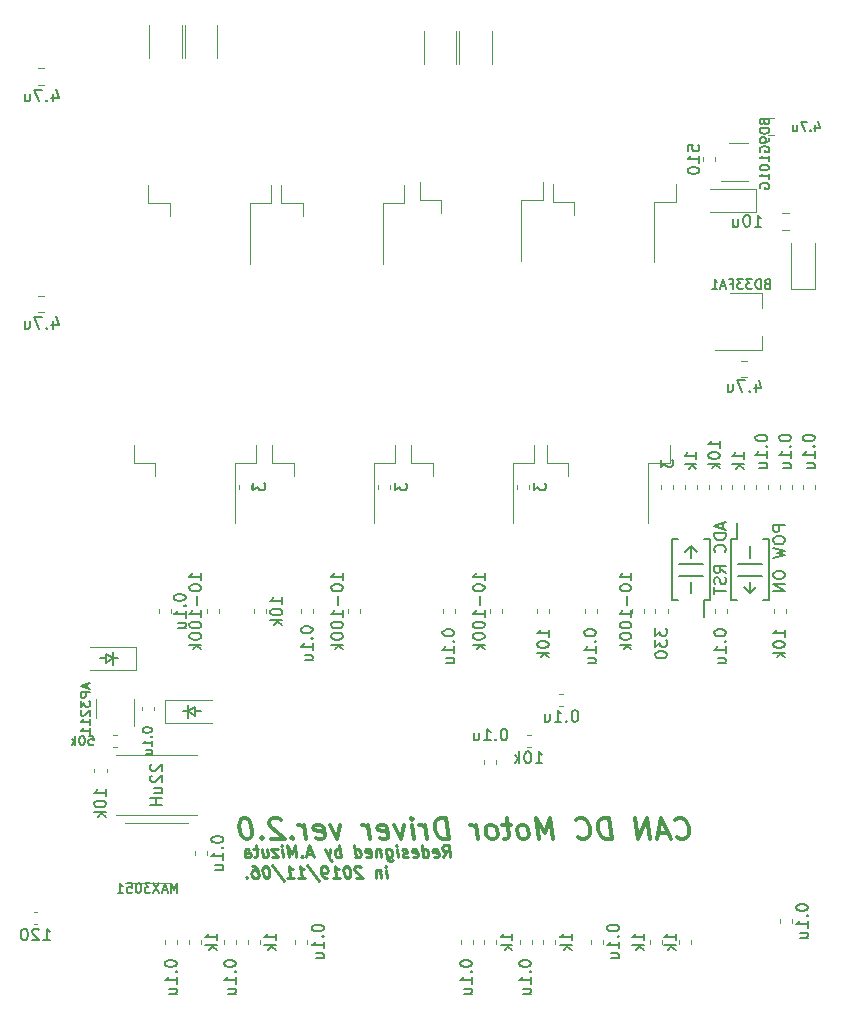
<source format=gbr>
G04 #@! TF.GenerationSoftware,KiCad,Pcbnew,(5.1.4)-1*
G04 #@! TF.CreationDate,2019-11-11T11:03:14+09:00*
G04 #@! TF.ProjectId,CanDCMD_ver1.1,43616e44-434d-4445-9f76-6572312e312e,rev?*
G04 #@! TF.SameCoordinates,Original*
G04 #@! TF.FileFunction,Legend,Bot*
G04 #@! TF.FilePolarity,Positive*
%FSLAX46Y46*%
G04 Gerber Fmt 4.6, Leading zero omitted, Abs format (unit mm)*
G04 Created by KiCad (PCBNEW (5.1.4)-1) date 2019-11-11 11:03:14*
%MOMM*%
%LPD*%
G04 APERTURE LIST*
%ADD10C,0.150000*%
%ADD11C,0.250000*%
%ADD12C,0.200000*%
%ADD13C,0.300000*%
%ADD14C,0.120000*%
G04 APERTURE END LIST*
D10*
X108500000Y-122000000D02*
X109000000Y-122000000D01*
X108500000Y-121600000D02*
X108500000Y-122400000D01*
X107900000Y-122000000D02*
X108500000Y-122400000D01*
X108500000Y-121600000D02*
X107900000Y-122000000D01*
X107900000Y-122000000D02*
X107500000Y-122000000D01*
X107900000Y-121450000D02*
X107900000Y-122550000D01*
X100950000Y-117500000D02*
X100500000Y-117500000D01*
X102000000Y-117500000D02*
X101600000Y-117500000D01*
X101600000Y-116950000D02*
X101600000Y-118050000D01*
X101600000Y-117500000D02*
X101000000Y-117100000D01*
X101000000Y-117900000D02*
X101600000Y-117500000D01*
X101000000Y-117100000D02*
X101000000Y-117900000D01*
D11*
X129522023Y-134327380D02*
X129795833Y-133851190D01*
X130093452Y-134327380D02*
X129968452Y-133327380D01*
X129587500Y-133327380D01*
X129498214Y-133375000D01*
X129456547Y-133422619D01*
X129420833Y-133517857D01*
X129438690Y-133660714D01*
X129498214Y-133755952D01*
X129551785Y-133803571D01*
X129652976Y-133851190D01*
X130033928Y-133851190D01*
X128706547Y-134279761D02*
X128807738Y-134327380D01*
X128998214Y-134327380D01*
X129087500Y-134279761D01*
X129123214Y-134184523D01*
X129075595Y-133803571D01*
X129016071Y-133708333D01*
X128914880Y-133660714D01*
X128724404Y-133660714D01*
X128635119Y-133708333D01*
X128599404Y-133803571D01*
X128611309Y-133898809D01*
X129099404Y-133994047D01*
X127807738Y-134327380D02*
X127682738Y-133327380D01*
X127801785Y-134279761D02*
X127902976Y-134327380D01*
X128093452Y-134327380D01*
X128182738Y-134279761D01*
X128224404Y-134232142D01*
X128260119Y-134136904D01*
X128224404Y-133851190D01*
X128164880Y-133755952D01*
X128111309Y-133708333D01*
X128010119Y-133660714D01*
X127819642Y-133660714D01*
X127730357Y-133708333D01*
X126944642Y-134279761D02*
X127045833Y-134327380D01*
X127236309Y-134327380D01*
X127325595Y-134279761D01*
X127361309Y-134184523D01*
X127313690Y-133803571D01*
X127254166Y-133708333D01*
X127152976Y-133660714D01*
X126962500Y-133660714D01*
X126873214Y-133708333D01*
X126837500Y-133803571D01*
X126849404Y-133898809D01*
X127337500Y-133994047D01*
X126516071Y-134279761D02*
X126426785Y-134327380D01*
X126236309Y-134327380D01*
X126135119Y-134279761D01*
X126075595Y-134184523D01*
X126069642Y-134136904D01*
X126105357Y-134041666D01*
X126194642Y-133994047D01*
X126337500Y-133994047D01*
X126426785Y-133946428D01*
X126462500Y-133851190D01*
X126456547Y-133803571D01*
X126397023Y-133708333D01*
X126295833Y-133660714D01*
X126152976Y-133660714D01*
X126063690Y-133708333D01*
X125664880Y-134327380D02*
X125581547Y-133660714D01*
X125539880Y-133327380D02*
X125593452Y-133375000D01*
X125551785Y-133422619D01*
X125498214Y-133375000D01*
X125539880Y-133327380D01*
X125551785Y-133422619D01*
X124676785Y-133660714D02*
X124777976Y-134470238D01*
X124837500Y-134565476D01*
X124891071Y-134613095D01*
X124992261Y-134660714D01*
X125135119Y-134660714D01*
X125224404Y-134613095D01*
X124754166Y-134279761D02*
X124855357Y-134327380D01*
X125045833Y-134327380D01*
X125135119Y-134279761D01*
X125176785Y-134232142D01*
X125212500Y-134136904D01*
X125176785Y-133851190D01*
X125117261Y-133755952D01*
X125063690Y-133708333D01*
X124962500Y-133660714D01*
X124772023Y-133660714D01*
X124682738Y-133708333D01*
X124200595Y-133660714D02*
X124283928Y-134327380D01*
X124212500Y-133755952D02*
X124158928Y-133708333D01*
X124057738Y-133660714D01*
X123914880Y-133660714D01*
X123825595Y-133708333D01*
X123789880Y-133803571D01*
X123855357Y-134327380D01*
X122992261Y-134279761D02*
X123093452Y-134327380D01*
X123283928Y-134327380D01*
X123373214Y-134279761D01*
X123408928Y-134184523D01*
X123361309Y-133803571D01*
X123301785Y-133708333D01*
X123200595Y-133660714D01*
X123010119Y-133660714D01*
X122920833Y-133708333D01*
X122885119Y-133803571D01*
X122897023Y-133898809D01*
X123385119Y-133994047D01*
X122093452Y-134327380D02*
X121968452Y-133327380D01*
X122087500Y-134279761D02*
X122188690Y-134327380D01*
X122379166Y-134327380D01*
X122468452Y-134279761D01*
X122510119Y-134232142D01*
X122545833Y-134136904D01*
X122510119Y-133851190D01*
X122450595Y-133755952D01*
X122397023Y-133708333D01*
X122295833Y-133660714D01*
X122105357Y-133660714D01*
X122016071Y-133708333D01*
X120855357Y-134327380D02*
X120730357Y-133327380D01*
X120777976Y-133708333D02*
X120676785Y-133660714D01*
X120486309Y-133660714D01*
X120397023Y-133708333D01*
X120355357Y-133755952D01*
X120319642Y-133851190D01*
X120355357Y-134136904D01*
X120414880Y-134232142D01*
X120468452Y-134279761D01*
X120569642Y-134327380D01*
X120760119Y-134327380D01*
X120849404Y-134279761D01*
X119962500Y-133660714D02*
X119807738Y-134327380D01*
X119486309Y-133660714D02*
X119807738Y-134327380D01*
X119932738Y-134565476D01*
X119986309Y-134613095D01*
X120087500Y-134660714D01*
X118438690Y-134041666D02*
X117962500Y-134041666D01*
X118569642Y-134327380D02*
X118111309Y-133327380D01*
X117902976Y-134327380D01*
X117557738Y-134232142D02*
X117516071Y-134279761D01*
X117569642Y-134327380D01*
X117611309Y-134279761D01*
X117557738Y-134232142D01*
X117569642Y-134327380D01*
X117093452Y-134327380D02*
X116968452Y-133327380D01*
X116724404Y-134041666D01*
X116301785Y-133327380D01*
X116426785Y-134327380D01*
X115950595Y-134327380D02*
X115867261Y-133660714D01*
X115825595Y-133327380D02*
X115879166Y-133375000D01*
X115837500Y-133422619D01*
X115783928Y-133375000D01*
X115825595Y-133327380D01*
X115837500Y-133422619D01*
X115486309Y-133660714D02*
X114962500Y-133660714D01*
X115569642Y-134327380D01*
X115045833Y-134327380D01*
X114152976Y-133660714D02*
X114236309Y-134327380D01*
X114581547Y-133660714D02*
X114647023Y-134184523D01*
X114611309Y-134279761D01*
X114522023Y-134327380D01*
X114379166Y-134327380D01*
X114277976Y-134279761D01*
X114224404Y-134232142D01*
X113819642Y-133660714D02*
X113438690Y-133660714D01*
X113635119Y-133327380D02*
X113742261Y-134184523D01*
X113706547Y-134279761D01*
X113617261Y-134327380D01*
X113522023Y-134327380D01*
X112760119Y-134327380D02*
X112694642Y-133803571D01*
X112730357Y-133708333D01*
X112819642Y-133660714D01*
X113010119Y-133660714D01*
X113111309Y-133708333D01*
X112754166Y-134279761D02*
X112855357Y-134327380D01*
X113093452Y-134327380D01*
X113182738Y-134279761D01*
X113218452Y-134184523D01*
X113206547Y-134089285D01*
X113147023Y-133994047D01*
X113045833Y-133946428D01*
X112807738Y-133946428D01*
X112706547Y-133898809D01*
X124760119Y-136077380D02*
X124676785Y-135410714D01*
X124635119Y-135077380D02*
X124688690Y-135125000D01*
X124647023Y-135172619D01*
X124593452Y-135125000D01*
X124635119Y-135077380D01*
X124647023Y-135172619D01*
X124200595Y-135410714D02*
X124283928Y-136077380D01*
X124212500Y-135505952D02*
X124158928Y-135458333D01*
X124057738Y-135410714D01*
X123914880Y-135410714D01*
X123825595Y-135458333D01*
X123789880Y-135553571D01*
X123855357Y-136077380D01*
X122551785Y-135172619D02*
X122498214Y-135125000D01*
X122397023Y-135077380D01*
X122158928Y-135077380D01*
X122069642Y-135125000D01*
X122027976Y-135172619D01*
X121992261Y-135267857D01*
X122004166Y-135363095D01*
X122069642Y-135505952D01*
X122712500Y-136077380D01*
X122093452Y-136077380D01*
X121349404Y-135077380D02*
X121254166Y-135077380D01*
X121164880Y-135125000D01*
X121123214Y-135172619D01*
X121087500Y-135267857D01*
X121063690Y-135458333D01*
X121093452Y-135696428D01*
X121164880Y-135886904D01*
X121224404Y-135982142D01*
X121277976Y-136029761D01*
X121379166Y-136077380D01*
X121474404Y-136077380D01*
X121563690Y-136029761D01*
X121605357Y-135982142D01*
X121641071Y-135886904D01*
X121664880Y-135696428D01*
X121635119Y-135458333D01*
X121563690Y-135267857D01*
X121504166Y-135172619D01*
X121450595Y-135125000D01*
X121349404Y-135077380D01*
X120188690Y-136077380D02*
X120760119Y-136077380D01*
X120474404Y-136077380D02*
X120349404Y-135077380D01*
X120462500Y-135220238D01*
X120569642Y-135315476D01*
X120670833Y-135363095D01*
X119712500Y-136077380D02*
X119522023Y-136077380D01*
X119420833Y-136029761D01*
X119367261Y-135982142D01*
X119254166Y-135839285D01*
X119182738Y-135648809D01*
X119135119Y-135267857D01*
X119170833Y-135172619D01*
X119212500Y-135125000D01*
X119301785Y-135077380D01*
X119492261Y-135077380D01*
X119593452Y-135125000D01*
X119647023Y-135172619D01*
X119706547Y-135267857D01*
X119736309Y-135505952D01*
X119700595Y-135601190D01*
X119658928Y-135648809D01*
X119569642Y-135696428D01*
X119379166Y-135696428D01*
X119277976Y-135648809D01*
X119224404Y-135601190D01*
X119164880Y-135505952D01*
X117962500Y-135029761D02*
X118980357Y-136315476D01*
X117236309Y-136077380D02*
X117807738Y-136077380D01*
X117522023Y-136077380D02*
X117397023Y-135077380D01*
X117510119Y-135220238D01*
X117617261Y-135315476D01*
X117718452Y-135363095D01*
X116283928Y-136077380D02*
X116855357Y-136077380D01*
X116569642Y-136077380D02*
X116444642Y-135077380D01*
X116557738Y-135220238D01*
X116664880Y-135315476D01*
X116766071Y-135363095D01*
X115010119Y-135029761D02*
X116027976Y-136315476D01*
X114492261Y-135077380D02*
X114397023Y-135077380D01*
X114307738Y-135125000D01*
X114266071Y-135172619D01*
X114230357Y-135267857D01*
X114206547Y-135458333D01*
X114236309Y-135696428D01*
X114307738Y-135886904D01*
X114367261Y-135982142D01*
X114420833Y-136029761D01*
X114522023Y-136077380D01*
X114617261Y-136077380D01*
X114706547Y-136029761D01*
X114748214Y-135982142D01*
X114783928Y-135886904D01*
X114807738Y-135696428D01*
X114777976Y-135458333D01*
X114706547Y-135267857D01*
X114647023Y-135172619D01*
X114593452Y-135125000D01*
X114492261Y-135077380D01*
X113301785Y-135077380D02*
X113492261Y-135077380D01*
X113593452Y-135125000D01*
X113647023Y-135172619D01*
X113760119Y-135315476D01*
X113831547Y-135505952D01*
X113879166Y-135886904D01*
X113843452Y-135982142D01*
X113801785Y-136029761D01*
X113712500Y-136077380D01*
X113522023Y-136077380D01*
X113420833Y-136029761D01*
X113367261Y-135982142D01*
X113307738Y-135886904D01*
X113277976Y-135648809D01*
X113313690Y-135553571D01*
X113355357Y-135505952D01*
X113444642Y-135458333D01*
X113635119Y-135458333D01*
X113736309Y-135505952D01*
X113789880Y-135553571D01*
X113849404Y-135648809D01*
X112891071Y-135982142D02*
X112849404Y-136029761D01*
X112902976Y-136077380D01*
X112944642Y-136029761D01*
X112891071Y-135982142D01*
X112902976Y-136077380D01*
D12*
X153166666Y-106023809D02*
X153166666Y-106500000D01*
X153452380Y-105928571D02*
X152452380Y-106261904D01*
X153452380Y-106595238D01*
X153452380Y-106928571D02*
X152452380Y-106928571D01*
X152452380Y-107166666D01*
X152500000Y-107309523D01*
X152595238Y-107404761D01*
X152690476Y-107452380D01*
X152880952Y-107500000D01*
X153023809Y-107500000D01*
X153214285Y-107452380D01*
X153309523Y-107404761D01*
X153404761Y-107309523D01*
X153452380Y-107166666D01*
X153452380Y-106928571D01*
X153357142Y-108500000D02*
X153404761Y-108452380D01*
X153452380Y-108309523D01*
X153452380Y-108214285D01*
X153404761Y-108071428D01*
X153309523Y-107976190D01*
X153214285Y-107928571D01*
X153023809Y-107880952D01*
X152880952Y-107880952D01*
X152690476Y-107928571D01*
X152595238Y-107976190D01*
X152500000Y-108071428D01*
X152452380Y-108214285D01*
X152452380Y-108309523D01*
X152500000Y-108452380D01*
X152547619Y-108500000D01*
X153452380Y-110261904D02*
X152976190Y-109928571D01*
X153452380Y-109690476D02*
X152452380Y-109690476D01*
X152452380Y-110071428D01*
X152500000Y-110166666D01*
X152547619Y-110214285D01*
X152642857Y-110261904D01*
X152785714Y-110261904D01*
X152880952Y-110214285D01*
X152928571Y-110166666D01*
X152976190Y-110071428D01*
X152976190Y-109690476D01*
X153404761Y-110642857D02*
X153452380Y-110785714D01*
X153452380Y-111023809D01*
X153404761Y-111119047D01*
X153357142Y-111166666D01*
X153261904Y-111214285D01*
X153166666Y-111214285D01*
X153071428Y-111166666D01*
X153023809Y-111119047D01*
X152976190Y-111023809D01*
X152928571Y-110833333D01*
X152880952Y-110738095D01*
X152833333Y-110690476D01*
X152738095Y-110642857D01*
X152642857Y-110642857D01*
X152547619Y-110690476D01*
X152500000Y-110738095D01*
X152452380Y-110833333D01*
X152452380Y-111071428D01*
X152500000Y-111214285D01*
X152452380Y-111500000D02*
X152452380Y-112071428D01*
X153452380Y-111785714D02*
X152452380Y-111785714D01*
X158452380Y-106214285D02*
X157452380Y-106214285D01*
X157452380Y-106595238D01*
X157500000Y-106690476D01*
X157547619Y-106738095D01*
X157642857Y-106785714D01*
X157785714Y-106785714D01*
X157880952Y-106738095D01*
X157928571Y-106690476D01*
X157976190Y-106595238D01*
X157976190Y-106214285D01*
X157452380Y-107404761D02*
X157452380Y-107595238D01*
X157500000Y-107690476D01*
X157595238Y-107785714D01*
X157785714Y-107833333D01*
X158119047Y-107833333D01*
X158309523Y-107785714D01*
X158404761Y-107690476D01*
X158452380Y-107595238D01*
X158452380Y-107404761D01*
X158404761Y-107309523D01*
X158309523Y-107214285D01*
X158119047Y-107166666D01*
X157785714Y-107166666D01*
X157595238Y-107214285D01*
X157500000Y-107309523D01*
X157452380Y-107404761D01*
X157452380Y-108166666D02*
X158452380Y-108404761D01*
X157738095Y-108595238D01*
X158452380Y-108785714D01*
X157452380Y-109023809D01*
X157452380Y-110357142D02*
X157452380Y-110547619D01*
X157500000Y-110642857D01*
X157595238Y-110738095D01*
X157785714Y-110785714D01*
X158119047Y-110785714D01*
X158309523Y-110738095D01*
X158404761Y-110642857D01*
X158452380Y-110547619D01*
X158452380Y-110357142D01*
X158404761Y-110261904D01*
X158309523Y-110166666D01*
X158119047Y-110119047D01*
X157785714Y-110119047D01*
X157595238Y-110166666D01*
X157500000Y-110261904D01*
X157452380Y-110357142D01*
X158452380Y-111214285D02*
X157452380Y-111214285D01*
X158452380Y-111785714D01*
X157452380Y-111785714D01*
D13*
X149315714Y-132642857D02*
X149412142Y-132728571D01*
X149680000Y-132814285D01*
X149851428Y-132814285D01*
X150097857Y-132728571D01*
X150247857Y-132557142D01*
X150312142Y-132385714D01*
X150355000Y-132042857D01*
X150322857Y-131785714D01*
X150194285Y-131442857D01*
X150087142Y-131271428D01*
X149894285Y-131100000D01*
X149626428Y-131014285D01*
X149455000Y-131014285D01*
X149208571Y-131100000D01*
X149133571Y-131185714D01*
X148587142Y-132300000D02*
X147730000Y-132300000D01*
X148822857Y-132814285D02*
X147997857Y-131014285D01*
X147622857Y-132814285D01*
X147022857Y-132814285D02*
X146797857Y-131014285D01*
X145994285Y-132814285D01*
X145769285Y-131014285D01*
X143765714Y-132814285D02*
X143540714Y-131014285D01*
X143112142Y-131014285D01*
X142865714Y-131100000D01*
X142715714Y-131271428D01*
X142651428Y-131442857D01*
X142608571Y-131785714D01*
X142640714Y-132042857D01*
X142769285Y-132385714D01*
X142876428Y-132557142D01*
X143069285Y-132728571D01*
X143337142Y-132814285D01*
X143765714Y-132814285D01*
X140915714Y-132642857D02*
X141012142Y-132728571D01*
X141280000Y-132814285D01*
X141451428Y-132814285D01*
X141697857Y-132728571D01*
X141847857Y-132557142D01*
X141912142Y-132385714D01*
X141955000Y-132042857D01*
X141922857Y-131785714D01*
X141794285Y-131442857D01*
X141687142Y-131271428D01*
X141494285Y-131100000D01*
X141226428Y-131014285D01*
X141055000Y-131014285D01*
X140808571Y-131100000D01*
X140733571Y-131185714D01*
X138794285Y-132814285D02*
X138569285Y-131014285D01*
X138130000Y-132300000D01*
X137369285Y-131014285D01*
X137594285Y-132814285D01*
X136480000Y-132814285D02*
X136640714Y-132728571D01*
X136715714Y-132642857D01*
X136780000Y-132471428D01*
X136715714Y-131957142D01*
X136608571Y-131785714D01*
X136512142Y-131700000D01*
X136330000Y-131614285D01*
X136072857Y-131614285D01*
X135912142Y-131700000D01*
X135837142Y-131785714D01*
X135772857Y-131957142D01*
X135837142Y-132471428D01*
X135944285Y-132642857D01*
X136040714Y-132728571D01*
X136222857Y-132814285D01*
X136480000Y-132814285D01*
X135215714Y-131614285D02*
X134530000Y-131614285D01*
X134883571Y-131014285D02*
X135076428Y-132557142D01*
X135012142Y-132728571D01*
X134851428Y-132814285D01*
X134680000Y-132814285D01*
X133822857Y-132814285D02*
X133983571Y-132728571D01*
X134058571Y-132642857D01*
X134122857Y-132471428D01*
X134058571Y-131957142D01*
X133951428Y-131785714D01*
X133855000Y-131700000D01*
X133672857Y-131614285D01*
X133415714Y-131614285D01*
X133255000Y-131700000D01*
X133180000Y-131785714D01*
X133115714Y-131957142D01*
X133180000Y-132471428D01*
X133287142Y-132642857D01*
X133383571Y-132728571D01*
X133565714Y-132814285D01*
X133822857Y-132814285D01*
X132451428Y-132814285D02*
X132301428Y-131614285D01*
X132344285Y-131957142D02*
X132237142Y-131785714D01*
X132140714Y-131700000D01*
X131958571Y-131614285D01*
X131787142Y-131614285D01*
X129965714Y-132814285D02*
X129740714Y-131014285D01*
X129312142Y-131014285D01*
X129065714Y-131100000D01*
X128915714Y-131271428D01*
X128851428Y-131442857D01*
X128808571Y-131785714D01*
X128840714Y-132042857D01*
X128969285Y-132385714D01*
X129076428Y-132557142D01*
X129269285Y-132728571D01*
X129537142Y-132814285D01*
X129965714Y-132814285D01*
X128165714Y-132814285D02*
X128015714Y-131614285D01*
X128058571Y-131957142D02*
X127951428Y-131785714D01*
X127855000Y-131700000D01*
X127672857Y-131614285D01*
X127501428Y-131614285D01*
X127051428Y-132814285D02*
X126901428Y-131614285D01*
X126826428Y-131014285D02*
X126922857Y-131100000D01*
X126847857Y-131185714D01*
X126751428Y-131100000D01*
X126826428Y-131014285D01*
X126847857Y-131185714D01*
X126215714Y-131614285D02*
X125937142Y-132814285D01*
X125358571Y-131614285D01*
X124126428Y-132728571D02*
X124308571Y-132814285D01*
X124651428Y-132814285D01*
X124812142Y-132728571D01*
X124876428Y-132557142D01*
X124790714Y-131871428D01*
X124683571Y-131700000D01*
X124501428Y-131614285D01*
X124158571Y-131614285D01*
X123997857Y-131700000D01*
X123933571Y-131871428D01*
X123955000Y-132042857D01*
X124833571Y-132214285D01*
X123280000Y-132814285D02*
X123130000Y-131614285D01*
X123172857Y-131957142D02*
X123065714Y-131785714D01*
X122969285Y-131700000D01*
X122787142Y-131614285D01*
X122615714Y-131614285D01*
X120815714Y-131614285D02*
X120537142Y-132814285D01*
X119958571Y-131614285D01*
X118726428Y-132728571D02*
X118908571Y-132814285D01*
X119251428Y-132814285D01*
X119412142Y-132728571D01*
X119476428Y-132557142D01*
X119390714Y-131871428D01*
X119283571Y-131700000D01*
X119101428Y-131614285D01*
X118758571Y-131614285D01*
X118597857Y-131700000D01*
X118533571Y-131871428D01*
X118555000Y-132042857D01*
X119433571Y-132214285D01*
X117880000Y-132814285D02*
X117730000Y-131614285D01*
X117772857Y-131957142D02*
X117665714Y-131785714D01*
X117569285Y-131700000D01*
X117387142Y-131614285D01*
X117215714Y-131614285D01*
X116744285Y-132642857D02*
X116669285Y-132728571D01*
X116765714Y-132814285D01*
X116840714Y-132728571D01*
X116744285Y-132642857D01*
X116765714Y-132814285D01*
X115790714Y-131185714D02*
X115694285Y-131100000D01*
X115512142Y-131014285D01*
X115083571Y-131014285D01*
X114922857Y-131100000D01*
X114847857Y-131185714D01*
X114783571Y-131357142D01*
X114805000Y-131528571D01*
X114922857Y-131785714D01*
X116080000Y-132814285D01*
X114965714Y-132814285D01*
X114172857Y-132642857D02*
X114097857Y-132728571D01*
X114194285Y-132814285D01*
X114269285Y-132728571D01*
X114172857Y-132642857D01*
X114194285Y-132814285D01*
X112769285Y-131014285D02*
X112597857Y-131014285D01*
X112437142Y-131100000D01*
X112362142Y-131185714D01*
X112297857Y-131357142D01*
X112255000Y-131700000D01*
X112308571Y-132128571D01*
X112437142Y-132471428D01*
X112544285Y-132642857D01*
X112640714Y-132728571D01*
X112822857Y-132814285D01*
X112994285Y-132814285D01*
X113155000Y-132728571D01*
X113230000Y-132642857D01*
X113294285Y-132471428D01*
X113337142Y-132128571D01*
X113283571Y-131700000D01*
X113155000Y-131357142D01*
X113047857Y-131185714D01*
X112951428Y-131100000D01*
X112769285Y-131014285D01*
D14*
X108700000Y-125700000D02*
X101800000Y-125700000D01*
X108700000Y-130800000D02*
X101800000Y-130800000D01*
X116990000Y-141337221D02*
X116990000Y-141662779D01*
X118010000Y-141337221D02*
X118010000Y-141662779D01*
X118510000Y-113337221D02*
X118510000Y-113662779D01*
X117490000Y-113337221D02*
X117490000Y-113662779D01*
X105490000Y-113337221D02*
X105490000Y-113662779D01*
X106510000Y-113337221D02*
X106510000Y-113662779D01*
X139662779Y-121510000D02*
X139337221Y-121510000D01*
X139662779Y-120490000D02*
X139337221Y-120490000D01*
X134010000Y-126412779D02*
X134010000Y-126087221D01*
X132990000Y-126412779D02*
X132990000Y-126087221D01*
X143010000Y-141337221D02*
X143010000Y-141662779D01*
X141990000Y-141337221D02*
X141990000Y-141662779D01*
X142510000Y-113337221D02*
X142510000Y-113662779D01*
X141490000Y-113337221D02*
X141490000Y-113662779D01*
X129490000Y-113337221D02*
X129490000Y-113662779D01*
X130510000Y-113337221D02*
X130510000Y-113662779D01*
X153510000Y-113337221D02*
X153510000Y-113662779D01*
X152490000Y-113337221D02*
X152490000Y-113662779D01*
X108490000Y-133837221D02*
X108490000Y-134162779D01*
X109510000Y-133837221D02*
X109510000Y-134162779D01*
X107010000Y-141662779D02*
X107010000Y-141337221D01*
X105990000Y-141662779D02*
X105990000Y-141337221D01*
X110990000Y-141662779D02*
X110990000Y-141337221D01*
X112010000Y-141662779D02*
X112010000Y-141337221D01*
X132010000Y-141662779D02*
X132010000Y-141337221D01*
X130990000Y-141662779D02*
X130990000Y-141337221D01*
X137010000Y-141662779D02*
X137010000Y-141337221D01*
X135990000Y-141662779D02*
X135990000Y-141337221D01*
X159990000Y-103162779D02*
X159990000Y-102837221D01*
X161010000Y-103162779D02*
X161010000Y-102837221D01*
X157990000Y-103162779D02*
X157990000Y-102837221D01*
X159010000Y-103162779D02*
X159010000Y-102837221D01*
X157010000Y-103162779D02*
X157010000Y-102837221D01*
X155990000Y-103162779D02*
X155990000Y-102837221D01*
X126200000Y-77450000D02*
X126200000Y-78950000D01*
X126200000Y-78950000D02*
X124390000Y-78950000D01*
X124390000Y-78950000D02*
X124390000Y-84075000D01*
X115800000Y-77450000D02*
X115800000Y-78950000D01*
X115800000Y-78950000D02*
X117610000Y-78950000D01*
X117610000Y-78950000D02*
X117610000Y-80050000D01*
X116860000Y-100950000D02*
X116860000Y-102050000D01*
X115050000Y-100950000D02*
X116860000Y-100950000D01*
X115050000Y-99450000D02*
X115050000Y-100950000D01*
X123640000Y-100950000D02*
X123640000Y-106075000D01*
X125450000Y-100950000D02*
X123640000Y-100950000D01*
X125450000Y-99450000D02*
X125450000Y-100950000D01*
X114950000Y-77450000D02*
X114950000Y-78950000D01*
X114950000Y-78950000D02*
X113140000Y-78950000D01*
X113140000Y-78950000D02*
X113140000Y-84075000D01*
X104550000Y-77450000D02*
X104550000Y-78950000D01*
X104550000Y-78950000D02*
X106360000Y-78950000D01*
X106360000Y-78950000D02*
X106360000Y-80050000D01*
X113700000Y-99450000D02*
X113700000Y-100950000D01*
X113700000Y-100950000D02*
X111890000Y-100950000D01*
X111890000Y-100950000D02*
X111890000Y-106075000D01*
X103300000Y-99450000D02*
X103300000Y-100950000D01*
X103300000Y-100950000D02*
X105110000Y-100950000D01*
X105110000Y-100950000D02*
X105110000Y-102050000D01*
D12*
X153900000Y-112600000D02*
X154400000Y-112600000D01*
X153900000Y-107400000D02*
X153900000Y-112600000D01*
X154400000Y-107400000D02*
X153900000Y-107400000D01*
X157100000Y-112600000D02*
X156600000Y-112600000D01*
X157100000Y-107400000D02*
X157100000Y-112600000D01*
X156600000Y-107400000D02*
X157100000Y-107400000D01*
X154400000Y-107400000D02*
X154400000Y-106000000D01*
X154500000Y-109500000D02*
X156500000Y-109500000D01*
X154500000Y-110500000D02*
X156500000Y-110500000D01*
X155500000Y-111000000D02*
X155500000Y-112000000D01*
X155500000Y-112000000D02*
X155000000Y-111500000D01*
X155500000Y-112000000D02*
X156000000Y-111500000D01*
X155500000Y-109000000D02*
X155500000Y-108000000D01*
X150500000Y-111000000D02*
X150500000Y-112000000D01*
X150500000Y-108000000D02*
X150000000Y-108500000D01*
X150500000Y-108000000D02*
X151000000Y-108500000D01*
X150500000Y-109000000D02*
X150500000Y-108000000D01*
X151500000Y-109500000D02*
X149500000Y-109500000D01*
X151500000Y-110500000D02*
X149500000Y-110500000D01*
X151600000Y-112600000D02*
X151600000Y-114000000D01*
X149400000Y-112600000D02*
X148900000Y-112600000D01*
X148900000Y-112600000D02*
X148900000Y-107400000D01*
X148900000Y-107400000D02*
X149400000Y-107400000D01*
X151600000Y-112600000D02*
X152100000Y-112600000D01*
X152100000Y-112600000D02*
X152100000Y-107400000D01*
X152100000Y-107400000D02*
X151600000Y-107400000D01*
D14*
X136912779Y-125010000D02*
X136587221Y-125010000D01*
X136912779Y-123990000D02*
X136587221Y-123990000D01*
X121490000Y-113662779D02*
X121490000Y-113337221D01*
X122510000Y-113662779D02*
X122510000Y-113337221D01*
X110510000Y-113662779D02*
X110510000Y-113337221D01*
X109490000Y-113662779D02*
X109490000Y-113337221D01*
X149990000Y-102837221D02*
X149990000Y-103162779D01*
X151010000Y-102837221D02*
X151010000Y-103162779D01*
X145490000Y-113662779D02*
X145490000Y-113337221D01*
X146510000Y-113662779D02*
X146510000Y-113337221D01*
X134510000Y-113662779D02*
X134510000Y-113337221D01*
X133490000Y-113662779D02*
X133490000Y-113337221D01*
X153990000Y-103162779D02*
X153990000Y-102837221D01*
X155010000Y-103162779D02*
X155010000Y-102837221D01*
X107990000Y-141337221D02*
X107990000Y-141662779D01*
X109010000Y-141337221D02*
X109010000Y-141662779D01*
X114010000Y-141337221D02*
X114010000Y-141662779D01*
X112990000Y-141337221D02*
X112990000Y-141662779D01*
X134010000Y-141337221D02*
X134010000Y-141662779D01*
X132990000Y-141337221D02*
X132990000Y-141662779D01*
X95162779Y-140010000D02*
X94837221Y-140010000D01*
X95162779Y-138990000D02*
X94837221Y-138990000D01*
X137990000Y-141337221D02*
X137990000Y-141662779D01*
X139010000Y-141337221D02*
X139010000Y-141662779D01*
X127890000Y-64347936D02*
X127890000Y-67152064D01*
X130610000Y-64347936D02*
X130610000Y-67152064D01*
X107360000Y-63847936D02*
X107360000Y-66652064D01*
X104640000Y-63847936D02*
X104640000Y-66652064D01*
X114510000Y-113337221D02*
X114510000Y-113662779D01*
X113490000Y-113337221D02*
X113490000Y-113662779D01*
X138510000Y-113337221D02*
X138510000Y-113662779D01*
X137490000Y-113337221D02*
X137490000Y-113662779D01*
X146990000Y-141662779D02*
X146990000Y-141337221D01*
X148010000Y-141662779D02*
X148010000Y-141337221D01*
X150510000Y-141662779D02*
X150510000Y-141337221D01*
X149490000Y-141662779D02*
X149490000Y-141337221D01*
X148510000Y-113662779D02*
X148510000Y-113337221D01*
X147490000Y-113662779D02*
X147490000Y-113337221D01*
X157490000Y-113662779D02*
X157490000Y-113337221D01*
X158510000Y-113662779D02*
X158510000Y-113337221D01*
X153010000Y-102837221D02*
X153010000Y-103162779D01*
X151990000Y-102837221D02*
X151990000Y-103162779D01*
X104500000Y-136560000D02*
X102550000Y-136560000D01*
X104500000Y-136560000D02*
X106450000Y-136560000D01*
X104500000Y-131440000D02*
X102550000Y-131440000D01*
X104500000Y-131440000D02*
X107950000Y-131440000D01*
X133610000Y-64347936D02*
X133610000Y-67152064D01*
X130890000Y-64347936D02*
X130890000Y-67152064D01*
X107640000Y-63847936D02*
X107640000Y-66652064D01*
X110360000Y-63847936D02*
X110360000Y-66652064D01*
X140610000Y-78825000D02*
X140610000Y-79925000D01*
X138800000Y-78825000D02*
X140610000Y-78825000D01*
X138800000Y-77325000D02*
X138800000Y-78825000D01*
X147390000Y-78825000D02*
X147390000Y-83950000D01*
X149200000Y-78825000D02*
X147390000Y-78825000D01*
X149200000Y-77325000D02*
X149200000Y-78825000D01*
X148700000Y-99450000D02*
X148700000Y-100950000D01*
X148700000Y-100950000D02*
X146890000Y-100950000D01*
X146890000Y-100950000D02*
X146890000Y-106075000D01*
X138300000Y-99450000D02*
X138300000Y-100950000D01*
X138300000Y-100950000D02*
X140110000Y-100950000D01*
X140110000Y-100950000D02*
X140110000Y-102050000D01*
X129360000Y-78700000D02*
X129360000Y-79800000D01*
X127550000Y-78700000D02*
X129360000Y-78700000D01*
X127550000Y-77200000D02*
X127550000Y-78700000D01*
X136140000Y-78700000D02*
X136140000Y-83825000D01*
X137950000Y-78700000D02*
X136140000Y-78700000D01*
X137950000Y-77200000D02*
X137950000Y-78700000D01*
X137200000Y-99450000D02*
X137200000Y-100950000D01*
X137200000Y-100950000D02*
X135390000Y-100950000D01*
X135390000Y-100950000D02*
X135390000Y-106075000D01*
X126800000Y-99450000D02*
X126800000Y-100950000D01*
X126800000Y-100950000D02*
X128610000Y-100950000D01*
X128610000Y-100950000D02*
X128610000Y-102050000D01*
X103990000Y-121587221D02*
X103990000Y-121912779D01*
X105010000Y-121587221D02*
X105010000Y-121912779D01*
X106000000Y-123000000D02*
X106000000Y-121000000D01*
X106000000Y-121000000D02*
X109900000Y-121000000D01*
X106000000Y-123000000D02*
X109900000Y-123000000D01*
X103500000Y-116500000D02*
X103500000Y-118500000D01*
X103500000Y-118500000D02*
X99600000Y-118500000D01*
X103500000Y-116500000D02*
X99600000Y-116500000D01*
X101912779Y-123990000D02*
X101587221Y-123990000D01*
X101912779Y-125010000D02*
X101587221Y-125010000D01*
X101010000Y-126837221D02*
X101010000Y-127162779D01*
X99990000Y-126837221D02*
X99990000Y-127162779D01*
X100150000Y-122550000D02*
X100150000Y-120950000D01*
X103350000Y-120950000D02*
X103350000Y-123250000D01*
X158000000Y-139597221D02*
X158000000Y-139922779D01*
X159020000Y-139597221D02*
X159020000Y-139922779D01*
X156530000Y-87800000D02*
X156530000Y-86600000D01*
X156530000Y-86600000D02*
X153830000Y-86600000D01*
X152530000Y-91400000D02*
X156530000Y-91400000D01*
X156530000Y-91400000D02*
X156530000Y-90200000D01*
X154741422Y-93710000D02*
X155258578Y-93710000D01*
X154741422Y-92290000D02*
X155258578Y-92290000D01*
X95758578Y-88210000D02*
X95241422Y-88210000D01*
X95758578Y-86790000D02*
X95241422Y-86790000D01*
X95758578Y-67540000D02*
X95241422Y-67540000D01*
X95758578Y-68960000D02*
X95241422Y-68960000D01*
X149010000Y-103162779D02*
X149010000Y-102837221D01*
X147990000Y-103162779D02*
X147990000Y-102837221D01*
X136760000Y-103162779D02*
X136760000Y-102837221D01*
X135740000Y-103162779D02*
X135740000Y-102837221D01*
X125010000Y-103162779D02*
X125010000Y-102837221D01*
X123990000Y-103162779D02*
X123990000Y-102837221D01*
X113260000Y-103162779D02*
X113260000Y-102837221D01*
X112240000Y-103162779D02*
X112240000Y-102837221D01*
X158758578Y-79790000D02*
X158241422Y-79790000D01*
X158758578Y-81210000D02*
X158241422Y-81210000D01*
X156000000Y-77750000D02*
X156000000Y-79750000D01*
X156000000Y-79750000D02*
X152100000Y-79750000D01*
X156000000Y-77750000D02*
X152100000Y-77750000D01*
X152510000Y-75087221D02*
X152510000Y-75412779D01*
X151490000Y-75087221D02*
X151490000Y-75412779D01*
X153700000Y-73900000D02*
X155300000Y-73900000D01*
X155300000Y-77100000D02*
X153000000Y-77100000D01*
X161000000Y-86250000D02*
X159000000Y-86250000D01*
X159000000Y-86250000D02*
X159000000Y-82350000D01*
X161000000Y-86250000D02*
X161000000Y-82350000D01*
X156991422Y-73210000D02*
X157508578Y-73210000D01*
X156991422Y-71790000D02*
X157508578Y-71790000D01*
D10*
X104822620Y-126486903D02*
X104775001Y-126534522D01*
X104727381Y-126629760D01*
X104727381Y-126867856D01*
X104775001Y-126963094D01*
X104822620Y-127010713D01*
X104917858Y-127058332D01*
X105013096Y-127058332D01*
X105155953Y-127010713D01*
X105727381Y-126439284D01*
X105727381Y-127058332D01*
X104822620Y-127439284D02*
X104775001Y-127486903D01*
X104727381Y-127582141D01*
X104727381Y-127820237D01*
X104775001Y-127915475D01*
X104822620Y-127963094D01*
X104917858Y-128010713D01*
X105013096Y-128010713D01*
X105155953Y-127963094D01*
X105727381Y-127391665D01*
X105727381Y-128010713D01*
X105060715Y-128867856D02*
X105727381Y-128867856D01*
X105060715Y-128439284D02*
X105584524Y-128439284D01*
X105679762Y-128486903D01*
X105727381Y-128582141D01*
X105727381Y-128724999D01*
X105679762Y-128820237D01*
X105632143Y-128867856D01*
X105727381Y-129344046D02*
X104727381Y-129344046D01*
X105203572Y-129344046D02*
X105203572Y-129915475D01*
X105727381Y-129915475D02*
X104727381Y-129915475D01*
X118382380Y-140285714D02*
X118382380Y-140380952D01*
X118430000Y-140476190D01*
X118477619Y-140523809D01*
X118572857Y-140571428D01*
X118763333Y-140619047D01*
X119001428Y-140619047D01*
X119191904Y-140571428D01*
X119287142Y-140523809D01*
X119334761Y-140476190D01*
X119382380Y-140380952D01*
X119382380Y-140285714D01*
X119334761Y-140190476D01*
X119287142Y-140142857D01*
X119191904Y-140095238D01*
X119001428Y-140047619D01*
X118763333Y-140047619D01*
X118572857Y-140095238D01*
X118477619Y-140142857D01*
X118430000Y-140190476D01*
X118382380Y-140285714D01*
X119287142Y-141047619D02*
X119334761Y-141095238D01*
X119382380Y-141047619D01*
X119334761Y-141000000D01*
X119287142Y-141047619D01*
X119382380Y-141047619D01*
X119382380Y-142047619D02*
X119382380Y-141476190D01*
X119382380Y-141761904D02*
X118382380Y-141761904D01*
X118525238Y-141666666D01*
X118620476Y-141571428D01*
X118668095Y-141476190D01*
X118715714Y-142904761D02*
X119382380Y-142904761D01*
X118715714Y-142476190D02*
X119239523Y-142476190D01*
X119334761Y-142523809D01*
X119382380Y-142619047D01*
X119382380Y-142761904D01*
X119334761Y-142857142D01*
X119287142Y-142904761D01*
X117452380Y-115035714D02*
X117452380Y-115130952D01*
X117500000Y-115226190D01*
X117547619Y-115273809D01*
X117642857Y-115321428D01*
X117833333Y-115369047D01*
X118071428Y-115369047D01*
X118261904Y-115321428D01*
X118357142Y-115273809D01*
X118404761Y-115226190D01*
X118452380Y-115130952D01*
X118452380Y-115035714D01*
X118404761Y-114940476D01*
X118357142Y-114892857D01*
X118261904Y-114845238D01*
X118071428Y-114797619D01*
X117833333Y-114797619D01*
X117642857Y-114845238D01*
X117547619Y-114892857D01*
X117500000Y-114940476D01*
X117452380Y-115035714D01*
X118357142Y-115797619D02*
X118404761Y-115845238D01*
X118452380Y-115797619D01*
X118404761Y-115750000D01*
X118357142Y-115797619D01*
X118452380Y-115797619D01*
X118452380Y-116797619D02*
X118452380Y-116226190D01*
X118452380Y-116511904D02*
X117452380Y-116511904D01*
X117595238Y-116416666D01*
X117690476Y-116321428D01*
X117738095Y-116226190D01*
X117785714Y-117654761D02*
X118452380Y-117654761D01*
X117785714Y-117226190D02*
X118309523Y-117226190D01*
X118404761Y-117273809D01*
X118452380Y-117369047D01*
X118452380Y-117511904D01*
X118404761Y-117607142D01*
X118357142Y-117654761D01*
X106702380Y-112285714D02*
X106702380Y-112380952D01*
X106750000Y-112476190D01*
X106797619Y-112523809D01*
X106892857Y-112571428D01*
X107083333Y-112619047D01*
X107321428Y-112619047D01*
X107511904Y-112571428D01*
X107607142Y-112523809D01*
X107654761Y-112476190D01*
X107702380Y-112380952D01*
X107702380Y-112285714D01*
X107654761Y-112190476D01*
X107607142Y-112142857D01*
X107511904Y-112095238D01*
X107321428Y-112047619D01*
X107083333Y-112047619D01*
X106892857Y-112095238D01*
X106797619Y-112142857D01*
X106750000Y-112190476D01*
X106702380Y-112285714D01*
X107607142Y-113047619D02*
X107654761Y-113095238D01*
X107702380Y-113047619D01*
X107654761Y-113000000D01*
X107607142Y-113047619D01*
X107702380Y-113047619D01*
X107702380Y-114047619D02*
X107702380Y-113476190D01*
X107702380Y-113761904D02*
X106702380Y-113761904D01*
X106845238Y-113666666D01*
X106940476Y-113571428D01*
X106988095Y-113476190D01*
X107035714Y-114904761D02*
X107702380Y-114904761D01*
X107035714Y-114476190D02*
X107559523Y-114476190D01*
X107654761Y-114523809D01*
X107702380Y-114619047D01*
X107702380Y-114761904D01*
X107654761Y-114857142D01*
X107607142Y-114904761D01*
X140714285Y-121882380D02*
X140619047Y-121882380D01*
X140523809Y-121930000D01*
X140476190Y-121977619D01*
X140428571Y-122072857D01*
X140380952Y-122263333D01*
X140380952Y-122501428D01*
X140428571Y-122691904D01*
X140476190Y-122787142D01*
X140523809Y-122834761D01*
X140619047Y-122882380D01*
X140714285Y-122882380D01*
X140809523Y-122834761D01*
X140857142Y-122787142D01*
X140904761Y-122691904D01*
X140952380Y-122501428D01*
X140952380Y-122263333D01*
X140904761Y-122072857D01*
X140857142Y-121977619D01*
X140809523Y-121930000D01*
X140714285Y-121882380D01*
X139952380Y-122787142D02*
X139904761Y-122834761D01*
X139952380Y-122882380D01*
X140000000Y-122834761D01*
X139952380Y-122787142D01*
X139952380Y-122882380D01*
X138952380Y-122882380D02*
X139523809Y-122882380D01*
X139238095Y-122882380D02*
X139238095Y-121882380D01*
X139333333Y-122025238D01*
X139428571Y-122120476D01*
X139523809Y-122168095D01*
X138095238Y-122215714D02*
X138095238Y-122882380D01*
X138523809Y-122215714D02*
X138523809Y-122739523D01*
X138476190Y-122834761D01*
X138380952Y-122882380D01*
X138238095Y-122882380D01*
X138142857Y-122834761D01*
X138095238Y-122787142D01*
X134714285Y-123452380D02*
X134619047Y-123452380D01*
X134523809Y-123500000D01*
X134476190Y-123547619D01*
X134428571Y-123642857D01*
X134380952Y-123833333D01*
X134380952Y-124071428D01*
X134428571Y-124261904D01*
X134476190Y-124357142D01*
X134523809Y-124404761D01*
X134619047Y-124452380D01*
X134714285Y-124452380D01*
X134809523Y-124404761D01*
X134857142Y-124357142D01*
X134904761Y-124261904D01*
X134952380Y-124071428D01*
X134952380Y-123833333D01*
X134904761Y-123642857D01*
X134857142Y-123547619D01*
X134809523Y-123500000D01*
X134714285Y-123452380D01*
X133952380Y-124357142D02*
X133904761Y-124404761D01*
X133952380Y-124452380D01*
X134000000Y-124404761D01*
X133952380Y-124357142D01*
X133952380Y-124452380D01*
X132952380Y-124452380D02*
X133523809Y-124452380D01*
X133238095Y-124452380D02*
X133238095Y-123452380D01*
X133333333Y-123595238D01*
X133428571Y-123690476D01*
X133523809Y-123738095D01*
X132095238Y-123785714D02*
X132095238Y-124452380D01*
X132523809Y-123785714D02*
X132523809Y-124309523D01*
X132476190Y-124404761D01*
X132380952Y-124452380D01*
X132238095Y-124452380D01*
X132142857Y-124404761D01*
X132095238Y-124357142D01*
X143382380Y-140285714D02*
X143382380Y-140380952D01*
X143430000Y-140476190D01*
X143477619Y-140523809D01*
X143572857Y-140571428D01*
X143763333Y-140619047D01*
X144001428Y-140619047D01*
X144191904Y-140571428D01*
X144287142Y-140523809D01*
X144334761Y-140476190D01*
X144382380Y-140380952D01*
X144382380Y-140285714D01*
X144334761Y-140190476D01*
X144287142Y-140142857D01*
X144191904Y-140095238D01*
X144001428Y-140047619D01*
X143763333Y-140047619D01*
X143572857Y-140095238D01*
X143477619Y-140142857D01*
X143430000Y-140190476D01*
X143382380Y-140285714D01*
X144287142Y-141047619D02*
X144334761Y-141095238D01*
X144382380Y-141047619D01*
X144334761Y-141000000D01*
X144287142Y-141047619D01*
X144382380Y-141047619D01*
X144382380Y-142047619D02*
X144382380Y-141476190D01*
X144382380Y-141761904D02*
X143382380Y-141761904D01*
X143525238Y-141666666D01*
X143620476Y-141571428D01*
X143668095Y-141476190D01*
X143715714Y-142904761D02*
X144382380Y-142904761D01*
X143715714Y-142476190D02*
X144239523Y-142476190D01*
X144334761Y-142523809D01*
X144382380Y-142619047D01*
X144382380Y-142761904D01*
X144334761Y-142857142D01*
X144287142Y-142904761D01*
X141452380Y-115285714D02*
X141452380Y-115380952D01*
X141500000Y-115476190D01*
X141547619Y-115523809D01*
X141642857Y-115571428D01*
X141833333Y-115619047D01*
X142071428Y-115619047D01*
X142261904Y-115571428D01*
X142357142Y-115523809D01*
X142404761Y-115476190D01*
X142452380Y-115380952D01*
X142452380Y-115285714D01*
X142404761Y-115190476D01*
X142357142Y-115142857D01*
X142261904Y-115095238D01*
X142071428Y-115047619D01*
X141833333Y-115047619D01*
X141642857Y-115095238D01*
X141547619Y-115142857D01*
X141500000Y-115190476D01*
X141452380Y-115285714D01*
X142357142Y-116047619D02*
X142404761Y-116095238D01*
X142452380Y-116047619D01*
X142404761Y-116000000D01*
X142357142Y-116047619D01*
X142452380Y-116047619D01*
X142452380Y-117047619D02*
X142452380Y-116476190D01*
X142452380Y-116761904D02*
X141452380Y-116761904D01*
X141595238Y-116666666D01*
X141690476Y-116571428D01*
X141738095Y-116476190D01*
X141785714Y-117904761D02*
X142452380Y-117904761D01*
X141785714Y-117476190D02*
X142309523Y-117476190D01*
X142404761Y-117523809D01*
X142452380Y-117619047D01*
X142452380Y-117761904D01*
X142404761Y-117857142D01*
X142357142Y-117904761D01*
X129452380Y-115285714D02*
X129452380Y-115380952D01*
X129500000Y-115476190D01*
X129547619Y-115523809D01*
X129642857Y-115571428D01*
X129833333Y-115619047D01*
X130071428Y-115619047D01*
X130261904Y-115571428D01*
X130357142Y-115523809D01*
X130404761Y-115476190D01*
X130452380Y-115380952D01*
X130452380Y-115285714D01*
X130404761Y-115190476D01*
X130357142Y-115142857D01*
X130261904Y-115095238D01*
X130071428Y-115047619D01*
X129833333Y-115047619D01*
X129642857Y-115095238D01*
X129547619Y-115142857D01*
X129500000Y-115190476D01*
X129452380Y-115285714D01*
X130357142Y-116047619D02*
X130404761Y-116095238D01*
X130452380Y-116047619D01*
X130404761Y-116000000D01*
X130357142Y-116047619D01*
X130452380Y-116047619D01*
X130452380Y-117047619D02*
X130452380Y-116476190D01*
X130452380Y-116761904D02*
X129452380Y-116761904D01*
X129595238Y-116666666D01*
X129690476Y-116571428D01*
X129738095Y-116476190D01*
X129785714Y-117904761D02*
X130452380Y-117904761D01*
X129785714Y-117476190D02*
X130309523Y-117476190D01*
X130404761Y-117523809D01*
X130452380Y-117619047D01*
X130452380Y-117761904D01*
X130404761Y-117857142D01*
X130357142Y-117904761D01*
X152452380Y-115285714D02*
X152452380Y-115380952D01*
X152500000Y-115476190D01*
X152547619Y-115523809D01*
X152642857Y-115571428D01*
X152833333Y-115619047D01*
X153071428Y-115619047D01*
X153261904Y-115571428D01*
X153357142Y-115523809D01*
X153404761Y-115476190D01*
X153452380Y-115380952D01*
X153452380Y-115285714D01*
X153404761Y-115190476D01*
X153357142Y-115142857D01*
X153261904Y-115095238D01*
X153071428Y-115047619D01*
X152833333Y-115047619D01*
X152642857Y-115095238D01*
X152547619Y-115142857D01*
X152500000Y-115190476D01*
X152452380Y-115285714D01*
X153357142Y-116047619D02*
X153404761Y-116095238D01*
X153452380Y-116047619D01*
X153404761Y-116000000D01*
X153357142Y-116047619D01*
X153452380Y-116047619D01*
X153452380Y-117047619D02*
X153452380Y-116476190D01*
X153452380Y-116761904D02*
X152452380Y-116761904D01*
X152595238Y-116666666D01*
X152690476Y-116571428D01*
X152738095Y-116476190D01*
X152785714Y-117904761D02*
X153452380Y-117904761D01*
X152785714Y-117476190D02*
X153309523Y-117476190D01*
X153404761Y-117523809D01*
X153452380Y-117619047D01*
X153452380Y-117761904D01*
X153404761Y-117857142D01*
X153357142Y-117904761D01*
X109882380Y-132785714D02*
X109882380Y-132880952D01*
X109930000Y-132976190D01*
X109977619Y-133023809D01*
X110072857Y-133071428D01*
X110263333Y-133119047D01*
X110501428Y-133119047D01*
X110691904Y-133071428D01*
X110787142Y-133023809D01*
X110834761Y-132976190D01*
X110882380Y-132880952D01*
X110882380Y-132785714D01*
X110834761Y-132690476D01*
X110787142Y-132642857D01*
X110691904Y-132595238D01*
X110501428Y-132547619D01*
X110263333Y-132547619D01*
X110072857Y-132595238D01*
X109977619Y-132642857D01*
X109930000Y-132690476D01*
X109882380Y-132785714D01*
X110787142Y-133547619D02*
X110834761Y-133595238D01*
X110882380Y-133547619D01*
X110834761Y-133500000D01*
X110787142Y-133547619D01*
X110882380Y-133547619D01*
X110882380Y-134547619D02*
X110882380Y-133976190D01*
X110882380Y-134261904D02*
X109882380Y-134261904D01*
X110025238Y-134166666D01*
X110120476Y-134071428D01*
X110168095Y-133976190D01*
X110215714Y-135404761D02*
X110882380Y-135404761D01*
X110215714Y-134976190D02*
X110739523Y-134976190D01*
X110834761Y-135023809D01*
X110882380Y-135119047D01*
X110882380Y-135261904D01*
X110834761Y-135357142D01*
X110787142Y-135404761D01*
X105952380Y-143285714D02*
X105952380Y-143380952D01*
X106000000Y-143476190D01*
X106047619Y-143523809D01*
X106142857Y-143571428D01*
X106333333Y-143619047D01*
X106571428Y-143619047D01*
X106761904Y-143571428D01*
X106857142Y-143523809D01*
X106904761Y-143476190D01*
X106952380Y-143380952D01*
X106952380Y-143285714D01*
X106904761Y-143190476D01*
X106857142Y-143142857D01*
X106761904Y-143095238D01*
X106571428Y-143047619D01*
X106333333Y-143047619D01*
X106142857Y-143095238D01*
X106047619Y-143142857D01*
X106000000Y-143190476D01*
X105952380Y-143285714D01*
X106857142Y-144047619D02*
X106904761Y-144095238D01*
X106952380Y-144047619D01*
X106904761Y-144000000D01*
X106857142Y-144047619D01*
X106952380Y-144047619D01*
X106952380Y-145047619D02*
X106952380Y-144476190D01*
X106952380Y-144761904D02*
X105952380Y-144761904D01*
X106095238Y-144666666D01*
X106190476Y-144571428D01*
X106238095Y-144476190D01*
X106285714Y-145904761D02*
X106952380Y-145904761D01*
X106285714Y-145476190D02*
X106809523Y-145476190D01*
X106904761Y-145523809D01*
X106952380Y-145619047D01*
X106952380Y-145761904D01*
X106904761Y-145857142D01*
X106857142Y-145904761D01*
X110952380Y-143285714D02*
X110952380Y-143380952D01*
X111000000Y-143476190D01*
X111047619Y-143523809D01*
X111142857Y-143571428D01*
X111333333Y-143619047D01*
X111571428Y-143619047D01*
X111761904Y-143571428D01*
X111857142Y-143523809D01*
X111904761Y-143476190D01*
X111952380Y-143380952D01*
X111952380Y-143285714D01*
X111904761Y-143190476D01*
X111857142Y-143142857D01*
X111761904Y-143095238D01*
X111571428Y-143047619D01*
X111333333Y-143047619D01*
X111142857Y-143095238D01*
X111047619Y-143142857D01*
X111000000Y-143190476D01*
X110952380Y-143285714D01*
X111857142Y-144047619D02*
X111904761Y-144095238D01*
X111952380Y-144047619D01*
X111904761Y-144000000D01*
X111857142Y-144047619D01*
X111952380Y-144047619D01*
X111952380Y-145047619D02*
X111952380Y-144476190D01*
X111952380Y-144761904D02*
X110952380Y-144761904D01*
X111095238Y-144666666D01*
X111190476Y-144571428D01*
X111238095Y-144476190D01*
X111285714Y-145904761D02*
X111952380Y-145904761D01*
X111285714Y-145476190D02*
X111809523Y-145476190D01*
X111904761Y-145523809D01*
X111952380Y-145619047D01*
X111952380Y-145761904D01*
X111904761Y-145857142D01*
X111857142Y-145904761D01*
X130952380Y-143285714D02*
X130952380Y-143380952D01*
X131000000Y-143476190D01*
X131047619Y-143523809D01*
X131142857Y-143571428D01*
X131333333Y-143619047D01*
X131571428Y-143619047D01*
X131761904Y-143571428D01*
X131857142Y-143523809D01*
X131904761Y-143476190D01*
X131952380Y-143380952D01*
X131952380Y-143285714D01*
X131904761Y-143190476D01*
X131857142Y-143142857D01*
X131761904Y-143095238D01*
X131571428Y-143047619D01*
X131333333Y-143047619D01*
X131142857Y-143095238D01*
X131047619Y-143142857D01*
X131000000Y-143190476D01*
X130952380Y-143285714D01*
X131857142Y-144047619D02*
X131904761Y-144095238D01*
X131952380Y-144047619D01*
X131904761Y-144000000D01*
X131857142Y-144047619D01*
X131952380Y-144047619D01*
X131952380Y-145047619D02*
X131952380Y-144476190D01*
X131952380Y-144761904D02*
X130952380Y-144761904D01*
X131095238Y-144666666D01*
X131190476Y-144571428D01*
X131238095Y-144476190D01*
X131285714Y-145904761D02*
X131952380Y-145904761D01*
X131285714Y-145476190D02*
X131809523Y-145476190D01*
X131904761Y-145523809D01*
X131952380Y-145619047D01*
X131952380Y-145761904D01*
X131904761Y-145857142D01*
X131857142Y-145904761D01*
X135952380Y-143285714D02*
X135952380Y-143380952D01*
X136000000Y-143476190D01*
X136047619Y-143523809D01*
X136142857Y-143571428D01*
X136333333Y-143619047D01*
X136571428Y-143619047D01*
X136761904Y-143571428D01*
X136857142Y-143523809D01*
X136904761Y-143476190D01*
X136952380Y-143380952D01*
X136952380Y-143285714D01*
X136904761Y-143190476D01*
X136857142Y-143142857D01*
X136761904Y-143095238D01*
X136571428Y-143047619D01*
X136333333Y-143047619D01*
X136142857Y-143095238D01*
X136047619Y-143142857D01*
X136000000Y-143190476D01*
X135952380Y-143285714D01*
X136857142Y-144047619D02*
X136904761Y-144095238D01*
X136952380Y-144047619D01*
X136904761Y-144000000D01*
X136857142Y-144047619D01*
X136952380Y-144047619D01*
X136952380Y-145047619D02*
X136952380Y-144476190D01*
X136952380Y-144761904D02*
X135952380Y-144761904D01*
X136095238Y-144666666D01*
X136190476Y-144571428D01*
X136238095Y-144476190D01*
X136285714Y-145904761D02*
X136952380Y-145904761D01*
X136285714Y-145476190D02*
X136809523Y-145476190D01*
X136904761Y-145523809D01*
X136952380Y-145619047D01*
X136952380Y-145761904D01*
X136904761Y-145857142D01*
X136857142Y-145904761D01*
X159952380Y-98785714D02*
X159952380Y-98880952D01*
X160000000Y-98976190D01*
X160047619Y-99023809D01*
X160142857Y-99071428D01*
X160333333Y-99119047D01*
X160571428Y-99119047D01*
X160761904Y-99071428D01*
X160857142Y-99023809D01*
X160904761Y-98976190D01*
X160952380Y-98880952D01*
X160952380Y-98785714D01*
X160904761Y-98690476D01*
X160857142Y-98642857D01*
X160761904Y-98595238D01*
X160571428Y-98547619D01*
X160333333Y-98547619D01*
X160142857Y-98595238D01*
X160047619Y-98642857D01*
X160000000Y-98690476D01*
X159952380Y-98785714D01*
X160857142Y-99547619D02*
X160904761Y-99595238D01*
X160952380Y-99547619D01*
X160904761Y-99500000D01*
X160857142Y-99547619D01*
X160952380Y-99547619D01*
X160952380Y-100547619D02*
X160952380Y-99976190D01*
X160952380Y-100261904D02*
X159952380Y-100261904D01*
X160095238Y-100166666D01*
X160190476Y-100071428D01*
X160238095Y-99976190D01*
X160285714Y-101404761D02*
X160952380Y-101404761D01*
X160285714Y-100976190D02*
X160809523Y-100976190D01*
X160904761Y-101023809D01*
X160952380Y-101119047D01*
X160952380Y-101261904D01*
X160904761Y-101357142D01*
X160857142Y-101404761D01*
X157952380Y-98785714D02*
X157952380Y-98880952D01*
X158000000Y-98976190D01*
X158047619Y-99023809D01*
X158142857Y-99071428D01*
X158333333Y-99119047D01*
X158571428Y-99119047D01*
X158761904Y-99071428D01*
X158857142Y-99023809D01*
X158904761Y-98976190D01*
X158952380Y-98880952D01*
X158952380Y-98785714D01*
X158904761Y-98690476D01*
X158857142Y-98642857D01*
X158761904Y-98595238D01*
X158571428Y-98547619D01*
X158333333Y-98547619D01*
X158142857Y-98595238D01*
X158047619Y-98642857D01*
X158000000Y-98690476D01*
X157952380Y-98785714D01*
X158857142Y-99547619D02*
X158904761Y-99595238D01*
X158952380Y-99547619D01*
X158904761Y-99500000D01*
X158857142Y-99547619D01*
X158952380Y-99547619D01*
X158952380Y-100547619D02*
X158952380Y-99976190D01*
X158952380Y-100261904D02*
X157952380Y-100261904D01*
X158095238Y-100166666D01*
X158190476Y-100071428D01*
X158238095Y-99976190D01*
X158285714Y-101404761D02*
X158952380Y-101404761D01*
X158285714Y-100976190D02*
X158809523Y-100976190D01*
X158904761Y-101023809D01*
X158952380Y-101119047D01*
X158952380Y-101261904D01*
X158904761Y-101357142D01*
X158857142Y-101404761D01*
X155952380Y-98785714D02*
X155952380Y-98880952D01*
X156000000Y-98976190D01*
X156047619Y-99023809D01*
X156142857Y-99071428D01*
X156333333Y-99119047D01*
X156571428Y-99119047D01*
X156761904Y-99071428D01*
X156857142Y-99023809D01*
X156904761Y-98976190D01*
X156952380Y-98880952D01*
X156952380Y-98785714D01*
X156904761Y-98690476D01*
X156857142Y-98642857D01*
X156761904Y-98595238D01*
X156571428Y-98547619D01*
X156333333Y-98547619D01*
X156142857Y-98595238D01*
X156047619Y-98642857D01*
X156000000Y-98690476D01*
X155952380Y-98785714D01*
X156857142Y-99547619D02*
X156904761Y-99595238D01*
X156952380Y-99547619D01*
X156904761Y-99500000D01*
X156857142Y-99547619D01*
X156952380Y-99547619D01*
X156952380Y-100547619D02*
X156952380Y-99976190D01*
X156952380Y-100261904D02*
X155952380Y-100261904D01*
X156095238Y-100166666D01*
X156190476Y-100071428D01*
X156238095Y-99976190D01*
X156285714Y-101404761D02*
X156952380Y-101404761D01*
X156285714Y-100976190D02*
X156809523Y-100976190D01*
X156904761Y-101023809D01*
X156952380Y-101119047D01*
X156952380Y-101261904D01*
X156904761Y-101357142D01*
X156857142Y-101404761D01*
X137345238Y-126382380D02*
X137916666Y-126382380D01*
X137630952Y-126382380D02*
X137630952Y-125382380D01*
X137726190Y-125525238D01*
X137821428Y-125620476D01*
X137916666Y-125668095D01*
X136726190Y-125382380D02*
X136630952Y-125382380D01*
X136535714Y-125430000D01*
X136488095Y-125477619D01*
X136440476Y-125572857D01*
X136392857Y-125763333D01*
X136392857Y-126001428D01*
X136440476Y-126191904D01*
X136488095Y-126287142D01*
X136535714Y-126334761D01*
X136630952Y-126382380D01*
X136726190Y-126382380D01*
X136821428Y-126334761D01*
X136869047Y-126287142D01*
X136916666Y-126191904D01*
X136964285Y-126001428D01*
X136964285Y-125763333D01*
X136916666Y-125572857D01*
X136869047Y-125477619D01*
X136821428Y-125430000D01*
X136726190Y-125382380D01*
X135964285Y-126382380D02*
X135964285Y-125382380D01*
X135869047Y-126001428D02*
X135583333Y-126382380D01*
X135583333Y-125715714D02*
X135964285Y-126096666D01*
X121022380Y-110857142D02*
X121022380Y-110285714D01*
X121022380Y-110571428D02*
X120022380Y-110571428D01*
X120165238Y-110476190D01*
X120260476Y-110380952D01*
X120308095Y-110285714D01*
X120022380Y-111476190D02*
X120022380Y-111571428D01*
X120070000Y-111666666D01*
X120117619Y-111714285D01*
X120212857Y-111761904D01*
X120403333Y-111809523D01*
X120641428Y-111809523D01*
X120831904Y-111761904D01*
X120927142Y-111714285D01*
X120974761Y-111666666D01*
X121022380Y-111571428D01*
X121022380Y-111476190D01*
X120974761Y-111380952D01*
X120927142Y-111333333D01*
X120831904Y-111285714D01*
X120641428Y-111238095D01*
X120403333Y-111238095D01*
X120212857Y-111285714D01*
X120117619Y-111333333D01*
X120070000Y-111380952D01*
X120022380Y-111476190D01*
X120641428Y-112238095D02*
X120641428Y-113000000D01*
X121022380Y-114000000D02*
X121022380Y-113428571D01*
X121022380Y-113714285D02*
X120022380Y-113714285D01*
X120165238Y-113619047D01*
X120260476Y-113523809D01*
X120308095Y-113428571D01*
X120022380Y-114619047D02*
X120022380Y-114714285D01*
X120070000Y-114809523D01*
X120117619Y-114857142D01*
X120212857Y-114904761D01*
X120403333Y-114952380D01*
X120641428Y-114952380D01*
X120831904Y-114904761D01*
X120927142Y-114857142D01*
X120974761Y-114809523D01*
X121022380Y-114714285D01*
X121022380Y-114619047D01*
X120974761Y-114523809D01*
X120927142Y-114476190D01*
X120831904Y-114428571D01*
X120641428Y-114380952D01*
X120403333Y-114380952D01*
X120212857Y-114428571D01*
X120117619Y-114476190D01*
X120070000Y-114523809D01*
X120022380Y-114619047D01*
X120022380Y-115571428D02*
X120022380Y-115666666D01*
X120070000Y-115761904D01*
X120117619Y-115809523D01*
X120212857Y-115857142D01*
X120403333Y-115904761D01*
X120641428Y-115904761D01*
X120831904Y-115857142D01*
X120927142Y-115809523D01*
X120974761Y-115761904D01*
X121022380Y-115666666D01*
X121022380Y-115571428D01*
X120974761Y-115476190D01*
X120927142Y-115428571D01*
X120831904Y-115380952D01*
X120641428Y-115333333D01*
X120403333Y-115333333D01*
X120212857Y-115380952D01*
X120117619Y-115428571D01*
X120070000Y-115476190D01*
X120022380Y-115571428D01*
X121022380Y-116333333D02*
X120022380Y-116333333D01*
X120641428Y-116428571D02*
X121022380Y-116714285D01*
X120355714Y-116714285D02*
X120736666Y-116333333D01*
X109022380Y-110857142D02*
X109022380Y-110285714D01*
X109022380Y-110571428D02*
X108022380Y-110571428D01*
X108165238Y-110476190D01*
X108260476Y-110380952D01*
X108308095Y-110285714D01*
X108022380Y-111476190D02*
X108022380Y-111571428D01*
X108070000Y-111666666D01*
X108117619Y-111714285D01*
X108212857Y-111761904D01*
X108403333Y-111809523D01*
X108641428Y-111809523D01*
X108831904Y-111761904D01*
X108927142Y-111714285D01*
X108974761Y-111666666D01*
X109022380Y-111571428D01*
X109022380Y-111476190D01*
X108974761Y-111380952D01*
X108927142Y-111333333D01*
X108831904Y-111285714D01*
X108641428Y-111238095D01*
X108403333Y-111238095D01*
X108212857Y-111285714D01*
X108117619Y-111333333D01*
X108070000Y-111380952D01*
X108022380Y-111476190D01*
X108641428Y-112238095D02*
X108641428Y-113000000D01*
X109022380Y-114000000D02*
X109022380Y-113428571D01*
X109022380Y-113714285D02*
X108022380Y-113714285D01*
X108165238Y-113619047D01*
X108260476Y-113523809D01*
X108308095Y-113428571D01*
X108022380Y-114619047D02*
X108022380Y-114714285D01*
X108070000Y-114809523D01*
X108117619Y-114857142D01*
X108212857Y-114904761D01*
X108403333Y-114952380D01*
X108641428Y-114952380D01*
X108831904Y-114904761D01*
X108927142Y-114857142D01*
X108974761Y-114809523D01*
X109022380Y-114714285D01*
X109022380Y-114619047D01*
X108974761Y-114523809D01*
X108927142Y-114476190D01*
X108831904Y-114428571D01*
X108641428Y-114380952D01*
X108403333Y-114380952D01*
X108212857Y-114428571D01*
X108117619Y-114476190D01*
X108070000Y-114523809D01*
X108022380Y-114619047D01*
X108022380Y-115571428D02*
X108022380Y-115666666D01*
X108070000Y-115761904D01*
X108117619Y-115809523D01*
X108212857Y-115857142D01*
X108403333Y-115904761D01*
X108641428Y-115904761D01*
X108831904Y-115857142D01*
X108927142Y-115809523D01*
X108974761Y-115761904D01*
X109022380Y-115666666D01*
X109022380Y-115571428D01*
X108974761Y-115476190D01*
X108927142Y-115428571D01*
X108831904Y-115380952D01*
X108641428Y-115333333D01*
X108403333Y-115333333D01*
X108212857Y-115380952D01*
X108117619Y-115428571D01*
X108070000Y-115476190D01*
X108022380Y-115571428D01*
X109022380Y-116333333D02*
X108022380Y-116333333D01*
X108641428Y-116428571D02*
X109022380Y-116714285D01*
X108355714Y-116714285D02*
X108736666Y-116333333D01*
X150952380Y-100630952D02*
X150952380Y-100059523D01*
X150952380Y-100345238D02*
X149952380Y-100345238D01*
X150095238Y-100250000D01*
X150190476Y-100154761D01*
X150238095Y-100059523D01*
X150952380Y-101059523D02*
X149952380Y-101059523D01*
X150571428Y-101154761D02*
X150952380Y-101440476D01*
X150285714Y-101440476D02*
X150666666Y-101059523D01*
X145452380Y-110857142D02*
X145452380Y-110285714D01*
X145452380Y-110571428D02*
X144452380Y-110571428D01*
X144595238Y-110476190D01*
X144690476Y-110380952D01*
X144738095Y-110285714D01*
X144452380Y-111476190D02*
X144452380Y-111571428D01*
X144500000Y-111666666D01*
X144547619Y-111714285D01*
X144642857Y-111761904D01*
X144833333Y-111809523D01*
X145071428Y-111809523D01*
X145261904Y-111761904D01*
X145357142Y-111714285D01*
X145404761Y-111666666D01*
X145452380Y-111571428D01*
X145452380Y-111476190D01*
X145404761Y-111380952D01*
X145357142Y-111333333D01*
X145261904Y-111285714D01*
X145071428Y-111238095D01*
X144833333Y-111238095D01*
X144642857Y-111285714D01*
X144547619Y-111333333D01*
X144500000Y-111380952D01*
X144452380Y-111476190D01*
X145071428Y-112238095D02*
X145071428Y-113000000D01*
X145452380Y-114000000D02*
X145452380Y-113428571D01*
X145452380Y-113714285D02*
X144452380Y-113714285D01*
X144595238Y-113619047D01*
X144690476Y-113523809D01*
X144738095Y-113428571D01*
X144452380Y-114619047D02*
X144452380Y-114714285D01*
X144500000Y-114809523D01*
X144547619Y-114857142D01*
X144642857Y-114904761D01*
X144833333Y-114952380D01*
X145071428Y-114952380D01*
X145261904Y-114904761D01*
X145357142Y-114857142D01*
X145404761Y-114809523D01*
X145452380Y-114714285D01*
X145452380Y-114619047D01*
X145404761Y-114523809D01*
X145357142Y-114476190D01*
X145261904Y-114428571D01*
X145071428Y-114380952D01*
X144833333Y-114380952D01*
X144642857Y-114428571D01*
X144547619Y-114476190D01*
X144500000Y-114523809D01*
X144452380Y-114619047D01*
X144452380Y-115571428D02*
X144452380Y-115666666D01*
X144500000Y-115761904D01*
X144547619Y-115809523D01*
X144642857Y-115857142D01*
X144833333Y-115904761D01*
X145071428Y-115904761D01*
X145261904Y-115857142D01*
X145357142Y-115809523D01*
X145404761Y-115761904D01*
X145452380Y-115666666D01*
X145452380Y-115571428D01*
X145404761Y-115476190D01*
X145357142Y-115428571D01*
X145261904Y-115380952D01*
X145071428Y-115333333D01*
X144833333Y-115333333D01*
X144642857Y-115380952D01*
X144547619Y-115428571D01*
X144500000Y-115476190D01*
X144452380Y-115571428D01*
X145452380Y-116333333D02*
X144452380Y-116333333D01*
X145071428Y-116428571D02*
X145452380Y-116714285D01*
X144785714Y-116714285D02*
X145166666Y-116333333D01*
X133022380Y-110857142D02*
X133022380Y-110285714D01*
X133022380Y-110571428D02*
X132022380Y-110571428D01*
X132165238Y-110476190D01*
X132260476Y-110380952D01*
X132308095Y-110285714D01*
X132022380Y-111476190D02*
X132022380Y-111571428D01*
X132070000Y-111666666D01*
X132117619Y-111714285D01*
X132212857Y-111761904D01*
X132403333Y-111809523D01*
X132641428Y-111809523D01*
X132831904Y-111761904D01*
X132927142Y-111714285D01*
X132974761Y-111666666D01*
X133022380Y-111571428D01*
X133022380Y-111476190D01*
X132974761Y-111380952D01*
X132927142Y-111333333D01*
X132831904Y-111285714D01*
X132641428Y-111238095D01*
X132403333Y-111238095D01*
X132212857Y-111285714D01*
X132117619Y-111333333D01*
X132070000Y-111380952D01*
X132022380Y-111476190D01*
X132641428Y-112238095D02*
X132641428Y-113000000D01*
X133022380Y-114000000D02*
X133022380Y-113428571D01*
X133022380Y-113714285D02*
X132022380Y-113714285D01*
X132165238Y-113619047D01*
X132260476Y-113523809D01*
X132308095Y-113428571D01*
X132022380Y-114619047D02*
X132022380Y-114714285D01*
X132070000Y-114809523D01*
X132117619Y-114857142D01*
X132212857Y-114904761D01*
X132403333Y-114952380D01*
X132641428Y-114952380D01*
X132831904Y-114904761D01*
X132927142Y-114857142D01*
X132974761Y-114809523D01*
X133022380Y-114714285D01*
X133022380Y-114619047D01*
X132974761Y-114523809D01*
X132927142Y-114476190D01*
X132831904Y-114428571D01*
X132641428Y-114380952D01*
X132403333Y-114380952D01*
X132212857Y-114428571D01*
X132117619Y-114476190D01*
X132070000Y-114523809D01*
X132022380Y-114619047D01*
X132022380Y-115571428D02*
X132022380Y-115666666D01*
X132070000Y-115761904D01*
X132117619Y-115809523D01*
X132212857Y-115857142D01*
X132403333Y-115904761D01*
X132641428Y-115904761D01*
X132831904Y-115857142D01*
X132927142Y-115809523D01*
X132974761Y-115761904D01*
X133022380Y-115666666D01*
X133022380Y-115571428D01*
X132974761Y-115476190D01*
X132927142Y-115428571D01*
X132831904Y-115380952D01*
X132641428Y-115333333D01*
X132403333Y-115333333D01*
X132212857Y-115380952D01*
X132117619Y-115428571D01*
X132070000Y-115476190D01*
X132022380Y-115571428D01*
X133022380Y-116333333D02*
X132022380Y-116333333D01*
X132641428Y-116428571D02*
X133022380Y-116714285D01*
X132355714Y-116714285D02*
X132736666Y-116333333D01*
X154952380Y-100630952D02*
X154952380Y-100059523D01*
X154952380Y-100345238D02*
X153952380Y-100345238D01*
X154095238Y-100250000D01*
X154190476Y-100154761D01*
X154238095Y-100059523D01*
X154952380Y-101059523D02*
X153952380Y-101059523D01*
X154571428Y-101154761D02*
X154952380Y-101440476D01*
X154285714Y-101440476D02*
X154666666Y-101059523D01*
X110382380Y-141380952D02*
X110382380Y-140809523D01*
X110382380Y-141095238D02*
X109382380Y-141095238D01*
X109525238Y-141000000D01*
X109620476Y-140904761D01*
X109668095Y-140809523D01*
X110382380Y-141809523D02*
X109382380Y-141809523D01*
X110001428Y-141904761D02*
X110382380Y-142190476D01*
X109715714Y-142190476D02*
X110096666Y-141809523D01*
X115382380Y-141380952D02*
X115382380Y-140809523D01*
X115382380Y-141095238D02*
X114382380Y-141095238D01*
X114525238Y-141000000D01*
X114620476Y-140904761D01*
X114668095Y-140809523D01*
X115382380Y-141809523D02*
X114382380Y-141809523D01*
X115001428Y-141904761D02*
X115382380Y-142190476D01*
X114715714Y-142190476D02*
X115096666Y-141809523D01*
X135382380Y-141380952D02*
X135382380Y-140809523D01*
X135382380Y-141095238D02*
X134382380Y-141095238D01*
X134525238Y-141000000D01*
X134620476Y-140904761D01*
X134668095Y-140809523D01*
X135382380Y-141809523D02*
X134382380Y-141809523D01*
X135001428Y-141904761D02*
X135382380Y-142190476D01*
X134715714Y-142190476D02*
X135096666Y-141809523D01*
X95666666Y-141382380D02*
X96238095Y-141382380D01*
X95952380Y-141382380D02*
X95952380Y-140382380D01*
X96047619Y-140525238D01*
X96142857Y-140620476D01*
X96238095Y-140668095D01*
X95285714Y-140477619D02*
X95238095Y-140430000D01*
X95142857Y-140382380D01*
X94904761Y-140382380D01*
X94809523Y-140430000D01*
X94761904Y-140477619D01*
X94714285Y-140572857D01*
X94714285Y-140668095D01*
X94761904Y-140810952D01*
X95333333Y-141382380D01*
X94714285Y-141382380D01*
X94095238Y-140382380D02*
X94000000Y-140382380D01*
X93904761Y-140430000D01*
X93857142Y-140477619D01*
X93809523Y-140572857D01*
X93761904Y-140763333D01*
X93761904Y-141001428D01*
X93809523Y-141191904D01*
X93857142Y-141287142D01*
X93904761Y-141334761D01*
X94000000Y-141382380D01*
X94095238Y-141382380D01*
X94190476Y-141334761D01*
X94238095Y-141287142D01*
X94285714Y-141191904D01*
X94333333Y-141001428D01*
X94333333Y-140763333D01*
X94285714Y-140572857D01*
X94238095Y-140477619D01*
X94190476Y-140430000D01*
X94095238Y-140382380D01*
X140382380Y-141380952D02*
X140382380Y-140809523D01*
X140382380Y-141095238D02*
X139382380Y-141095238D01*
X139525238Y-141000000D01*
X139620476Y-140904761D01*
X139668095Y-140809523D01*
X140382380Y-141809523D02*
X139382380Y-141809523D01*
X140001428Y-141904761D02*
X140382380Y-142190476D01*
X139715714Y-142190476D02*
X140096666Y-141809523D01*
X115882380Y-112904761D02*
X115882380Y-112333333D01*
X115882380Y-112619047D02*
X114882380Y-112619047D01*
X115025238Y-112523809D01*
X115120476Y-112428571D01*
X115168095Y-112333333D01*
X114882380Y-113523809D02*
X114882380Y-113619047D01*
X114930000Y-113714285D01*
X114977619Y-113761904D01*
X115072857Y-113809523D01*
X115263333Y-113857142D01*
X115501428Y-113857142D01*
X115691904Y-113809523D01*
X115787142Y-113761904D01*
X115834761Y-113714285D01*
X115882380Y-113619047D01*
X115882380Y-113523809D01*
X115834761Y-113428571D01*
X115787142Y-113380952D01*
X115691904Y-113333333D01*
X115501428Y-113285714D01*
X115263333Y-113285714D01*
X115072857Y-113333333D01*
X114977619Y-113380952D01*
X114930000Y-113428571D01*
X114882380Y-113523809D01*
X115882380Y-114285714D02*
X114882380Y-114285714D01*
X115501428Y-114380952D02*
X115882380Y-114666666D01*
X115215714Y-114666666D02*
X115596666Y-114285714D01*
X138452380Y-115654761D02*
X138452380Y-115083333D01*
X138452380Y-115369047D02*
X137452380Y-115369047D01*
X137595238Y-115273809D01*
X137690476Y-115178571D01*
X137738095Y-115083333D01*
X137452380Y-116273809D02*
X137452380Y-116369047D01*
X137500000Y-116464285D01*
X137547619Y-116511904D01*
X137642857Y-116559523D01*
X137833333Y-116607142D01*
X138071428Y-116607142D01*
X138261904Y-116559523D01*
X138357142Y-116511904D01*
X138404761Y-116464285D01*
X138452380Y-116369047D01*
X138452380Y-116273809D01*
X138404761Y-116178571D01*
X138357142Y-116130952D01*
X138261904Y-116083333D01*
X138071428Y-116035714D01*
X137833333Y-116035714D01*
X137642857Y-116083333D01*
X137547619Y-116130952D01*
X137500000Y-116178571D01*
X137452380Y-116273809D01*
X138452380Y-117035714D02*
X137452380Y-117035714D01*
X138071428Y-117130952D02*
X138452380Y-117416666D01*
X137785714Y-117416666D02*
X138166666Y-117035714D01*
X146522380Y-141380952D02*
X146522380Y-140809523D01*
X146522380Y-141095238D02*
X145522380Y-141095238D01*
X145665238Y-141000000D01*
X145760476Y-140904761D01*
X145808095Y-140809523D01*
X146522380Y-141809523D02*
X145522380Y-141809523D01*
X146141428Y-141904761D02*
X146522380Y-142190476D01*
X145855714Y-142190476D02*
X146236666Y-141809523D01*
X149202380Y-141380952D02*
X149202380Y-140809523D01*
X149202380Y-141095238D02*
X148202380Y-141095238D01*
X148345238Y-141000000D01*
X148440476Y-140904761D01*
X148488095Y-140809523D01*
X149202380Y-141809523D02*
X148202380Y-141809523D01*
X148821428Y-141904761D02*
X149202380Y-142190476D01*
X148535714Y-142190476D02*
X148916666Y-141809523D01*
X147452380Y-114964285D02*
X147452380Y-115583333D01*
X147833333Y-115250000D01*
X147833333Y-115392857D01*
X147880952Y-115488095D01*
X147928571Y-115535714D01*
X148023809Y-115583333D01*
X148261904Y-115583333D01*
X148357142Y-115535714D01*
X148404761Y-115488095D01*
X148452380Y-115392857D01*
X148452380Y-115107142D01*
X148404761Y-115011904D01*
X148357142Y-114964285D01*
X147452380Y-115916666D02*
X147452380Y-116535714D01*
X147833333Y-116202380D01*
X147833333Y-116345238D01*
X147880952Y-116440476D01*
X147928571Y-116488095D01*
X148023809Y-116535714D01*
X148261904Y-116535714D01*
X148357142Y-116488095D01*
X148404761Y-116440476D01*
X148452380Y-116345238D01*
X148452380Y-116059523D01*
X148404761Y-115964285D01*
X148357142Y-115916666D01*
X147452380Y-117154761D02*
X147452380Y-117250000D01*
X147500000Y-117345238D01*
X147547619Y-117392857D01*
X147642857Y-117440476D01*
X147833333Y-117488095D01*
X148071428Y-117488095D01*
X148261904Y-117440476D01*
X148357142Y-117392857D01*
X148404761Y-117345238D01*
X148452380Y-117250000D01*
X148452380Y-117154761D01*
X148404761Y-117059523D01*
X148357142Y-117011904D01*
X148261904Y-116964285D01*
X148071428Y-116916666D01*
X147833333Y-116916666D01*
X147642857Y-116964285D01*
X147547619Y-117011904D01*
X147500000Y-117059523D01*
X147452380Y-117154761D01*
X158452380Y-115654761D02*
X158452380Y-115083333D01*
X158452380Y-115369047D02*
X157452380Y-115369047D01*
X157595238Y-115273809D01*
X157690476Y-115178571D01*
X157738095Y-115083333D01*
X157452380Y-116273809D02*
X157452380Y-116369047D01*
X157500000Y-116464285D01*
X157547619Y-116511904D01*
X157642857Y-116559523D01*
X157833333Y-116607142D01*
X158071428Y-116607142D01*
X158261904Y-116559523D01*
X158357142Y-116511904D01*
X158404761Y-116464285D01*
X158452380Y-116369047D01*
X158452380Y-116273809D01*
X158404761Y-116178571D01*
X158357142Y-116130952D01*
X158261904Y-116083333D01*
X158071428Y-116035714D01*
X157833333Y-116035714D01*
X157642857Y-116083333D01*
X157547619Y-116130952D01*
X157500000Y-116178571D01*
X157452380Y-116273809D01*
X158452380Y-117035714D02*
X157452380Y-117035714D01*
X158071428Y-117130952D02*
X158452380Y-117416666D01*
X157785714Y-117416666D02*
X158166666Y-117035714D01*
X152952380Y-99654761D02*
X152952380Y-99083333D01*
X152952380Y-99369047D02*
X151952380Y-99369047D01*
X152095238Y-99273809D01*
X152190476Y-99178571D01*
X152238095Y-99083333D01*
X151952380Y-100273809D02*
X151952380Y-100369047D01*
X152000000Y-100464285D01*
X152047619Y-100511904D01*
X152142857Y-100559523D01*
X152333333Y-100607142D01*
X152571428Y-100607142D01*
X152761904Y-100559523D01*
X152857142Y-100511904D01*
X152904761Y-100464285D01*
X152952380Y-100369047D01*
X152952380Y-100273809D01*
X152904761Y-100178571D01*
X152857142Y-100130952D01*
X152761904Y-100083333D01*
X152571428Y-100035714D01*
X152333333Y-100035714D01*
X152142857Y-100083333D01*
X152047619Y-100130952D01*
X152000000Y-100178571D01*
X151952380Y-100273809D01*
X152952380Y-101035714D02*
X151952380Y-101035714D01*
X152571428Y-101130952D02*
X152952380Y-101416666D01*
X152285714Y-101416666D02*
X152666666Y-101035714D01*
X107014285Y-137361904D02*
X107014285Y-136561904D01*
X106747619Y-137133333D01*
X106480952Y-136561904D01*
X106480952Y-137361904D01*
X106138095Y-137133333D02*
X105757142Y-137133333D01*
X106214285Y-137361904D02*
X105947619Y-136561904D01*
X105680952Y-137361904D01*
X105490476Y-136561904D02*
X104957142Y-137361904D01*
X104957142Y-136561904D02*
X105490476Y-137361904D01*
X104728571Y-136561904D02*
X104233333Y-136561904D01*
X104500000Y-136866666D01*
X104385714Y-136866666D01*
X104309523Y-136904761D01*
X104271428Y-136942857D01*
X104233333Y-137019047D01*
X104233333Y-137209523D01*
X104271428Y-137285714D01*
X104309523Y-137323809D01*
X104385714Y-137361904D01*
X104614285Y-137361904D01*
X104690476Y-137323809D01*
X104728571Y-137285714D01*
X103738095Y-136561904D02*
X103661904Y-136561904D01*
X103585714Y-136600000D01*
X103547619Y-136638095D01*
X103509523Y-136714285D01*
X103471428Y-136866666D01*
X103471428Y-137057142D01*
X103509523Y-137209523D01*
X103547619Y-137285714D01*
X103585714Y-137323809D01*
X103661904Y-137361904D01*
X103738095Y-137361904D01*
X103814285Y-137323809D01*
X103852380Y-137285714D01*
X103890476Y-137209523D01*
X103928571Y-137057142D01*
X103928571Y-136866666D01*
X103890476Y-136714285D01*
X103852380Y-136638095D01*
X103814285Y-136600000D01*
X103738095Y-136561904D01*
X102747619Y-136561904D02*
X103128571Y-136561904D01*
X103166666Y-136942857D01*
X103128571Y-136904761D01*
X103052380Y-136866666D01*
X102861904Y-136866666D01*
X102785714Y-136904761D01*
X102747619Y-136942857D01*
X102709523Y-137019047D01*
X102709523Y-137209523D01*
X102747619Y-137285714D01*
X102785714Y-137323809D01*
X102861904Y-137361904D01*
X103052380Y-137361904D01*
X103128571Y-137323809D01*
X103166666Y-137285714D01*
X101947619Y-137361904D02*
X102404761Y-137361904D01*
X102176190Y-137361904D02*
X102176190Y-136561904D01*
X102252380Y-136676190D01*
X102328571Y-136752380D01*
X102404761Y-136790476D01*
X104061904Y-123528571D02*
X104061904Y-123604761D01*
X104100000Y-123680952D01*
X104138095Y-123719047D01*
X104214285Y-123757142D01*
X104366666Y-123795238D01*
X104557142Y-123795238D01*
X104709523Y-123757142D01*
X104785714Y-123719047D01*
X104823809Y-123680952D01*
X104861904Y-123604761D01*
X104861904Y-123528571D01*
X104823809Y-123452380D01*
X104785714Y-123414285D01*
X104709523Y-123376190D01*
X104557142Y-123338095D01*
X104366666Y-123338095D01*
X104214285Y-123376190D01*
X104138095Y-123414285D01*
X104100000Y-123452380D01*
X104061904Y-123528571D01*
X104785714Y-124138095D02*
X104823809Y-124176190D01*
X104861904Y-124138095D01*
X104823809Y-124100000D01*
X104785714Y-124138095D01*
X104861904Y-124138095D01*
X104861904Y-124938095D02*
X104861904Y-124480952D01*
X104861904Y-124709523D02*
X104061904Y-124709523D01*
X104176190Y-124633333D01*
X104252380Y-124557142D01*
X104290476Y-124480952D01*
X104328571Y-125623809D02*
X104861904Y-125623809D01*
X104328571Y-125280952D02*
X104747619Y-125280952D01*
X104823809Y-125319047D01*
X104861904Y-125395238D01*
X104861904Y-125509523D01*
X104823809Y-125585714D01*
X104785714Y-125623809D01*
X99514285Y-124061904D02*
X99895238Y-124061904D01*
X99933333Y-124442857D01*
X99895238Y-124404761D01*
X99819047Y-124366666D01*
X99628571Y-124366666D01*
X99552380Y-124404761D01*
X99514285Y-124442857D01*
X99476190Y-124519047D01*
X99476190Y-124709523D01*
X99514285Y-124785714D01*
X99552380Y-124823809D01*
X99628571Y-124861904D01*
X99819047Y-124861904D01*
X99895238Y-124823809D01*
X99933333Y-124785714D01*
X98980952Y-124061904D02*
X98904761Y-124061904D01*
X98828571Y-124100000D01*
X98790476Y-124138095D01*
X98752380Y-124214285D01*
X98714285Y-124366666D01*
X98714285Y-124557142D01*
X98752380Y-124709523D01*
X98790476Y-124785714D01*
X98828571Y-124823809D01*
X98904761Y-124861904D01*
X98980952Y-124861904D01*
X99057142Y-124823809D01*
X99095238Y-124785714D01*
X99133333Y-124709523D01*
X99171428Y-124557142D01*
X99171428Y-124366666D01*
X99133333Y-124214285D01*
X99095238Y-124138095D01*
X99057142Y-124100000D01*
X98980952Y-124061904D01*
X98371428Y-124861904D02*
X98371428Y-124061904D01*
X98295238Y-124557142D02*
X98066666Y-124861904D01*
X98066666Y-124328571D02*
X98371428Y-124633333D01*
X100952380Y-129154761D02*
X100952380Y-128583333D01*
X100952380Y-128869047D02*
X99952380Y-128869047D01*
X100095238Y-128773809D01*
X100190476Y-128678571D01*
X100238095Y-128583333D01*
X99952380Y-129773809D02*
X99952380Y-129869047D01*
X100000000Y-129964285D01*
X100047619Y-130011904D01*
X100142857Y-130059523D01*
X100333333Y-130107142D01*
X100571428Y-130107142D01*
X100761904Y-130059523D01*
X100857142Y-130011904D01*
X100904761Y-129964285D01*
X100952380Y-129869047D01*
X100952380Y-129773809D01*
X100904761Y-129678571D01*
X100857142Y-129630952D01*
X100761904Y-129583333D01*
X100571428Y-129535714D01*
X100333333Y-129535714D01*
X100142857Y-129583333D01*
X100047619Y-129630952D01*
X100000000Y-129678571D01*
X99952380Y-129773809D01*
X100952380Y-130535714D02*
X99952380Y-130535714D01*
X100571428Y-130630952D02*
X100952380Y-130916666D01*
X100285714Y-130916666D02*
X100666666Y-130535714D01*
X99383333Y-119635714D02*
X99383333Y-120016666D01*
X99611904Y-119559523D02*
X98811904Y-119826190D01*
X99611904Y-120092857D01*
X99611904Y-120359523D02*
X98811904Y-120359523D01*
X98811904Y-120664285D01*
X98850000Y-120740476D01*
X98888095Y-120778571D01*
X98964285Y-120816666D01*
X99078571Y-120816666D01*
X99154761Y-120778571D01*
X99192857Y-120740476D01*
X99230952Y-120664285D01*
X99230952Y-120359523D01*
X98811904Y-121083333D02*
X98811904Y-121578571D01*
X99116666Y-121311904D01*
X99116666Y-121426190D01*
X99154761Y-121502380D01*
X99192857Y-121540476D01*
X99269047Y-121578571D01*
X99459523Y-121578571D01*
X99535714Y-121540476D01*
X99573809Y-121502380D01*
X99611904Y-121426190D01*
X99611904Y-121197619D01*
X99573809Y-121121428D01*
X99535714Y-121083333D01*
X98888095Y-121883333D02*
X98850000Y-121921428D01*
X98811904Y-121997619D01*
X98811904Y-122188095D01*
X98850000Y-122264285D01*
X98888095Y-122302380D01*
X98964285Y-122340476D01*
X99040476Y-122340476D01*
X99154761Y-122302380D01*
X99611904Y-121845238D01*
X99611904Y-122340476D01*
X99611904Y-123102380D02*
X99611904Y-122645238D01*
X99611904Y-122873809D02*
X98811904Y-122873809D01*
X98926190Y-122797619D01*
X99002380Y-122721428D01*
X99040476Y-122645238D01*
X99611904Y-123864285D02*
X99611904Y-123407142D01*
X99611904Y-123635714D02*
X98811904Y-123635714D01*
X98926190Y-123559523D01*
X99002380Y-123483333D01*
X99040476Y-123407142D01*
X159392380Y-138545714D02*
X159392380Y-138640952D01*
X159440000Y-138736190D01*
X159487619Y-138783809D01*
X159582857Y-138831428D01*
X159773333Y-138879047D01*
X160011428Y-138879047D01*
X160201904Y-138831428D01*
X160297142Y-138783809D01*
X160344761Y-138736190D01*
X160392380Y-138640952D01*
X160392380Y-138545714D01*
X160344761Y-138450476D01*
X160297142Y-138402857D01*
X160201904Y-138355238D01*
X160011428Y-138307619D01*
X159773333Y-138307619D01*
X159582857Y-138355238D01*
X159487619Y-138402857D01*
X159440000Y-138450476D01*
X159392380Y-138545714D01*
X160297142Y-139307619D02*
X160344761Y-139355238D01*
X160392380Y-139307619D01*
X160344761Y-139260000D01*
X160297142Y-139307619D01*
X160392380Y-139307619D01*
X160392380Y-140307619D02*
X160392380Y-139736190D01*
X160392380Y-140021904D02*
X159392380Y-140021904D01*
X159535238Y-139926666D01*
X159630476Y-139831428D01*
X159678095Y-139736190D01*
X159725714Y-141164761D02*
X160392380Y-141164761D01*
X159725714Y-140736190D02*
X160249523Y-140736190D01*
X160344761Y-140783809D01*
X160392380Y-140879047D01*
X160392380Y-141021904D01*
X160344761Y-141117142D01*
X160297142Y-141164761D01*
X156921428Y-85792857D02*
X156807142Y-85830952D01*
X156769047Y-85869047D01*
X156730952Y-85945238D01*
X156730952Y-86059523D01*
X156769047Y-86135714D01*
X156807142Y-86173809D01*
X156883333Y-86211904D01*
X157188095Y-86211904D01*
X157188095Y-85411904D01*
X156921428Y-85411904D01*
X156845238Y-85450000D01*
X156807142Y-85488095D01*
X156769047Y-85564285D01*
X156769047Y-85640476D01*
X156807142Y-85716666D01*
X156845238Y-85754761D01*
X156921428Y-85792857D01*
X157188095Y-85792857D01*
X156388095Y-86211904D02*
X156388095Y-85411904D01*
X156197619Y-85411904D01*
X156083333Y-85450000D01*
X156007142Y-85526190D01*
X155969047Y-85602380D01*
X155930952Y-85754761D01*
X155930952Y-85869047D01*
X155969047Y-86021428D01*
X156007142Y-86097619D01*
X156083333Y-86173809D01*
X156197619Y-86211904D01*
X156388095Y-86211904D01*
X155664285Y-85411904D02*
X155169047Y-85411904D01*
X155435714Y-85716666D01*
X155321428Y-85716666D01*
X155245238Y-85754761D01*
X155207142Y-85792857D01*
X155169047Y-85869047D01*
X155169047Y-86059523D01*
X155207142Y-86135714D01*
X155245238Y-86173809D01*
X155321428Y-86211904D01*
X155550000Y-86211904D01*
X155626190Y-86173809D01*
X155664285Y-86135714D01*
X154902380Y-85411904D02*
X154407142Y-85411904D01*
X154673809Y-85716666D01*
X154559523Y-85716666D01*
X154483333Y-85754761D01*
X154445238Y-85792857D01*
X154407142Y-85869047D01*
X154407142Y-86059523D01*
X154445238Y-86135714D01*
X154483333Y-86173809D01*
X154559523Y-86211904D01*
X154788095Y-86211904D01*
X154864285Y-86173809D01*
X154902380Y-86135714D01*
X153797619Y-85792857D02*
X154064285Y-85792857D01*
X154064285Y-86211904D02*
X154064285Y-85411904D01*
X153683333Y-85411904D01*
X153416666Y-85983333D02*
X153035714Y-85983333D01*
X153492857Y-86211904D02*
X153226190Y-85411904D01*
X152959523Y-86211904D01*
X152273809Y-86211904D02*
X152730952Y-86211904D01*
X152502380Y-86211904D02*
X152502380Y-85411904D01*
X152578571Y-85526190D01*
X152654761Y-85602380D01*
X152730952Y-85640476D01*
X155976190Y-94285714D02*
X155976190Y-94952380D01*
X156214285Y-93904761D02*
X156452380Y-94619047D01*
X155833333Y-94619047D01*
X155452380Y-94857142D02*
X155404761Y-94904761D01*
X155452380Y-94952380D01*
X155500000Y-94904761D01*
X155452380Y-94857142D01*
X155452380Y-94952380D01*
X155071428Y-93952380D02*
X154404761Y-93952380D01*
X154833333Y-94952380D01*
X153595238Y-94285714D02*
X153595238Y-94952380D01*
X154023809Y-94285714D02*
X154023809Y-94809523D01*
X153976190Y-94904761D01*
X153880952Y-94952380D01*
X153738095Y-94952380D01*
X153642857Y-94904761D01*
X153595238Y-94857142D01*
X96476190Y-88935714D02*
X96476190Y-89602380D01*
X96714285Y-88554761D02*
X96952380Y-89269047D01*
X96333333Y-89269047D01*
X95952380Y-89507142D02*
X95904761Y-89554761D01*
X95952380Y-89602380D01*
X96000000Y-89554761D01*
X95952380Y-89507142D01*
X95952380Y-89602380D01*
X95571428Y-88602380D02*
X94904761Y-88602380D01*
X95333333Y-89602380D01*
X94095238Y-88935714D02*
X94095238Y-89602380D01*
X94523809Y-88935714D02*
X94523809Y-89459523D01*
X94476190Y-89554761D01*
X94380952Y-89602380D01*
X94238095Y-89602380D01*
X94142857Y-89554761D01*
X94095238Y-89507142D01*
X96476190Y-69685714D02*
X96476190Y-70352380D01*
X96714285Y-69304761D02*
X96952380Y-70019047D01*
X96333333Y-70019047D01*
X95952380Y-70257142D02*
X95904761Y-70304761D01*
X95952380Y-70352380D01*
X96000000Y-70304761D01*
X95952380Y-70257142D01*
X95952380Y-70352380D01*
X95571428Y-69352380D02*
X94904761Y-69352380D01*
X95333333Y-70352380D01*
X94095238Y-69685714D02*
X94095238Y-70352380D01*
X94523809Y-69685714D02*
X94523809Y-70209523D01*
X94476190Y-70304761D01*
X94380952Y-70352380D01*
X94238095Y-70352380D01*
X94142857Y-70304761D01*
X94095238Y-70257142D01*
X147952380Y-100666666D02*
X147952380Y-101285714D01*
X148333333Y-100952380D01*
X148333333Y-101095238D01*
X148380952Y-101190476D01*
X148428571Y-101238095D01*
X148523809Y-101285714D01*
X148761904Y-101285714D01*
X148857142Y-101238095D01*
X148904761Y-101190476D01*
X148952380Y-101095238D01*
X148952380Y-100809523D01*
X148904761Y-100714285D01*
X148857142Y-100666666D01*
X137202380Y-102666666D02*
X137202380Y-103285714D01*
X137583333Y-102952380D01*
X137583333Y-103095238D01*
X137630952Y-103190476D01*
X137678571Y-103238095D01*
X137773809Y-103285714D01*
X138011904Y-103285714D01*
X138107142Y-103238095D01*
X138154761Y-103190476D01*
X138202380Y-103095238D01*
X138202380Y-102809523D01*
X138154761Y-102714285D01*
X138107142Y-102666666D01*
X125452380Y-102666666D02*
X125452380Y-103285714D01*
X125833333Y-102952380D01*
X125833333Y-103095238D01*
X125880952Y-103190476D01*
X125928571Y-103238095D01*
X126023809Y-103285714D01*
X126261904Y-103285714D01*
X126357142Y-103238095D01*
X126404761Y-103190476D01*
X126452380Y-103095238D01*
X126452380Y-102809523D01*
X126404761Y-102714285D01*
X126357142Y-102666666D01*
X113452380Y-102666666D02*
X113452380Y-103285714D01*
X113833333Y-102952380D01*
X113833333Y-103095238D01*
X113880952Y-103190476D01*
X113928571Y-103238095D01*
X114023809Y-103285714D01*
X114261904Y-103285714D01*
X114357142Y-103238095D01*
X114404761Y-103190476D01*
X114452380Y-103095238D01*
X114452380Y-102809523D01*
X114404761Y-102714285D01*
X114357142Y-102666666D01*
X155892857Y-80952380D02*
X156464285Y-80952380D01*
X156178571Y-80952380D02*
X156178571Y-79952380D01*
X156273809Y-80095238D01*
X156369047Y-80190476D01*
X156464285Y-80238095D01*
X155273809Y-79952380D02*
X155178571Y-79952380D01*
X155083333Y-80000000D01*
X155035714Y-80047619D01*
X154988095Y-80142857D01*
X154940476Y-80333333D01*
X154940476Y-80571428D01*
X154988095Y-80761904D01*
X155035714Y-80857142D01*
X155083333Y-80904761D01*
X155178571Y-80952380D01*
X155273809Y-80952380D01*
X155369047Y-80904761D01*
X155416666Y-80857142D01*
X155464285Y-80761904D01*
X155511904Y-80571428D01*
X155511904Y-80333333D01*
X155464285Y-80142857D01*
X155416666Y-80047619D01*
X155369047Y-80000000D01*
X155273809Y-79952380D01*
X154083333Y-80285714D02*
X154083333Y-80952380D01*
X154511904Y-80285714D02*
X154511904Y-80809523D01*
X154464285Y-80904761D01*
X154369047Y-80952380D01*
X154226190Y-80952380D01*
X154130952Y-80904761D01*
X154083333Y-80857142D01*
X150202380Y-74535714D02*
X150202380Y-74059523D01*
X150678571Y-74011904D01*
X150630952Y-74059523D01*
X150583333Y-74154761D01*
X150583333Y-74392857D01*
X150630952Y-74488095D01*
X150678571Y-74535714D01*
X150773809Y-74583333D01*
X151011904Y-74583333D01*
X151107142Y-74535714D01*
X151154761Y-74488095D01*
X151202380Y-74392857D01*
X151202380Y-74154761D01*
X151154761Y-74059523D01*
X151107142Y-74011904D01*
X151202380Y-75535714D02*
X151202380Y-74964285D01*
X151202380Y-75250000D02*
X150202380Y-75250000D01*
X150345238Y-75154761D01*
X150440476Y-75059523D01*
X150488095Y-74964285D01*
X150202380Y-76154761D02*
X150202380Y-76250000D01*
X150250000Y-76345238D01*
X150297619Y-76392857D01*
X150392857Y-76440476D01*
X150583333Y-76488095D01*
X150821428Y-76488095D01*
X151011904Y-76440476D01*
X151107142Y-76392857D01*
X151154761Y-76345238D01*
X151202380Y-76250000D01*
X151202380Y-76154761D01*
X151154761Y-76059523D01*
X151107142Y-76011904D01*
X151011904Y-75964285D01*
X150821428Y-75916666D01*
X150583333Y-75916666D01*
X150392857Y-75964285D01*
X150297619Y-76011904D01*
X150250000Y-76059523D01*
X150202380Y-76154761D01*
X156692857Y-72083333D02*
X156730952Y-72197619D01*
X156769047Y-72235714D01*
X156845238Y-72273809D01*
X156959523Y-72273809D01*
X157035714Y-72235714D01*
X157073809Y-72197619D01*
X157111904Y-72121428D01*
X157111904Y-71816666D01*
X156311904Y-71816666D01*
X156311904Y-72083333D01*
X156350000Y-72159523D01*
X156388095Y-72197619D01*
X156464285Y-72235714D01*
X156540476Y-72235714D01*
X156616666Y-72197619D01*
X156654761Y-72159523D01*
X156692857Y-72083333D01*
X156692857Y-71816666D01*
X157111904Y-72616666D02*
X156311904Y-72616666D01*
X156311904Y-72807142D01*
X156350000Y-72921428D01*
X156426190Y-72997619D01*
X156502380Y-73035714D01*
X156654761Y-73073809D01*
X156769047Y-73073809D01*
X156921428Y-73035714D01*
X156997619Y-72997619D01*
X157073809Y-72921428D01*
X157111904Y-72807142D01*
X157111904Y-72616666D01*
X157111904Y-73454761D02*
X157111904Y-73607142D01*
X157073809Y-73683333D01*
X157035714Y-73721428D01*
X156921428Y-73797619D01*
X156769047Y-73835714D01*
X156464285Y-73835714D01*
X156388095Y-73797619D01*
X156350000Y-73759523D01*
X156311904Y-73683333D01*
X156311904Y-73530952D01*
X156350000Y-73454761D01*
X156388095Y-73416666D01*
X156464285Y-73378571D01*
X156654761Y-73378571D01*
X156730952Y-73416666D01*
X156769047Y-73454761D01*
X156807142Y-73530952D01*
X156807142Y-73683333D01*
X156769047Y-73759523D01*
X156730952Y-73797619D01*
X156654761Y-73835714D01*
X156350000Y-74597619D02*
X156311904Y-74521428D01*
X156311904Y-74407142D01*
X156350000Y-74292857D01*
X156426190Y-74216666D01*
X156502380Y-74178571D01*
X156654761Y-74140476D01*
X156769047Y-74140476D01*
X156921428Y-74178571D01*
X156997619Y-74216666D01*
X157073809Y-74292857D01*
X157111904Y-74407142D01*
X157111904Y-74483333D01*
X157073809Y-74597619D01*
X157035714Y-74635714D01*
X156769047Y-74635714D01*
X156769047Y-74483333D01*
X157111904Y-75397619D02*
X157111904Y-74940476D01*
X157111904Y-75169047D02*
X156311904Y-75169047D01*
X156426190Y-75092857D01*
X156502380Y-75016666D01*
X156540476Y-74940476D01*
X156311904Y-75892857D02*
X156311904Y-75969047D01*
X156350000Y-76045238D01*
X156388095Y-76083333D01*
X156464285Y-76121428D01*
X156616666Y-76159523D01*
X156807142Y-76159523D01*
X156959523Y-76121428D01*
X157035714Y-76083333D01*
X157073809Y-76045238D01*
X157111904Y-75969047D01*
X157111904Y-75892857D01*
X157073809Y-75816666D01*
X157035714Y-75778571D01*
X156959523Y-75740476D01*
X156807142Y-75702380D01*
X156616666Y-75702380D01*
X156464285Y-75740476D01*
X156388095Y-75778571D01*
X156350000Y-75816666D01*
X156311904Y-75892857D01*
X157111904Y-76921428D02*
X157111904Y-76464285D01*
X157111904Y-76692857D02*
X156311904Y-76692857D01*
X156426190Y-76616666D01*
X156502380Y-76540476D01*
X156540476Y-76464285D01*
X156350000Y-77683333D02*
X156311904Y-77607142D01*
X156311904Y-77492857D01*
X156350000Y-77378571D01*
X156426190Y-77302380D01*
X156502380Y-77264285D01*
X156654761Y-77226190D01*
X156769047Y-77226190D01*
X156921428Y-77264285D01*
X156997619Y-77302380D01*
X157073809Y-77378571D01*
X157111904Y-77492857D01*
X157111904Y-77569047D01*
X157073809Y-77683333D01*
X157035714Y-77721428D01*
X156769047Y-77721428D01*
X156769047Y-77569047D01*
X161030952Y-72328571D02*
X161030952Y-72861904D01*
X161221428Y-72023809D02*
X161411904Y-72595238D01*
X160916666Y-72595238D01*
X160611904Y-72785714D02*
X160573809Y-72823809D01*
X160611904Y-72861904D01*
X160650000Y-72823809D01*
X160611904Y-72785714D01*
X160611904Y-72861904D01*
X160307142Y-72061904D02*
X159773809Y-72061904D01*
X160116666Y-72861904D01*
X159126190Y-72328571D02*
X159126190Y-72861904D01*
X159469047Y-72328571D02*
X159469047Y-72747619D01*
X159430952Y-72823809D01*
X159354761Y-72861904D01*
X159240476Y-72861904D01*
X159164285Y-72823809D01*
X159126190Y-72785714D01*
M02*

</source>
